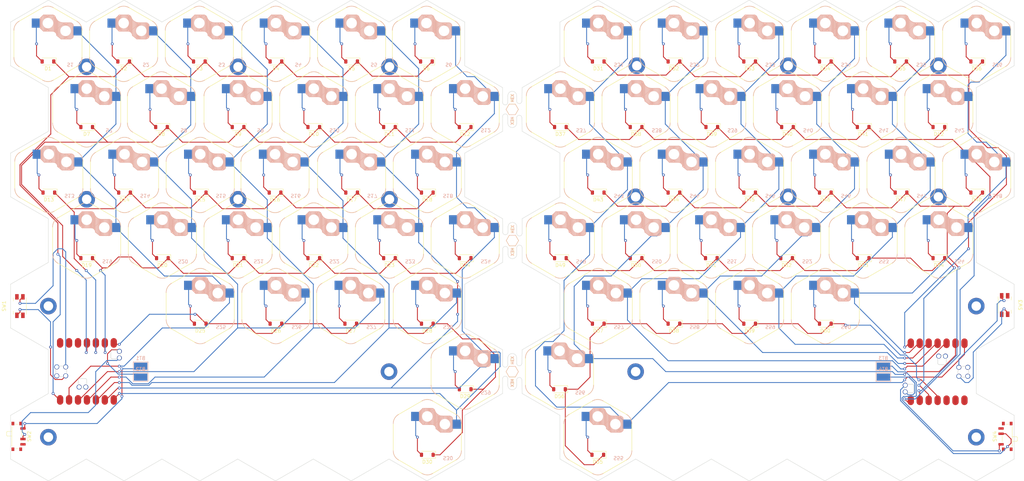
<source format=kicad_pcb>
(kicad_pcb (version 20221018) (generator pcbnew)
  (layers (0 "F.Cu" signal) (31 "B.Cu" signal) (34 "B.Paste" user) (35 "F.Paste" user) (36 "B.SilkS" user "B.Silkscreen") (37 "F.SilkS" user "F.Silkscreen") (38 "B.Mask" user) (39 "F.Mask" user) (44 "Edge.Cuts" user))
  (net 0 "")
  (net 1 "Net-(D1-A)")
  (net 2 "Net-(D3-A)")
  (net 3 "Net-(D5-A)")
  (net 4 "Net-(D11-A)")
  (net 5 "Net-(D13-A)")
  (net 6 "Net-(D15-A)")
  (net 7 "Net-(D17-A)")
  (net 8 "Net-(D19-A)")
  (net 9 "Net-(D21-A)")
  (net 10 "Net-(D23-A)")
  (net 11 "Net-(D25-A)")
  (net 12 "Net-(D27-A)")
  (net 13 "Net-(D29-A)")
  (net 14 "Net-(D7-A)")
  (net 15 "Net-(D10-A)")
  (net 16 "Net-(D2-A)")
  (net 17 "Net-(D4-A)")
  (net 18 "Net-(D6-A)")
  (net 19 "Net-(D8-A)")
  (net 20 "Net-(D9-A)")
  (net 21 "Net-(D12-A)")
  (net 22 "Net-(D14-A)")
  (net 23 "Net-(D16-A)")
  (net 24 "Net-(D18-A)")
  (net 25 "Net-(D20-A)")
  (net 26 "Net-(D22-A)")
  (net 27 "Net-(D24-A)")
  (net 28 "Net-(D26-A)")
  (net 29 "Net-(D28-A)")
  (net 30 "Net-(D30-A)")
  (net 31 "ROW1_L")
  (net 32 "ROW2_L")
  (net 33 "ROW3_L")
  (net 34 "ROW4_L")
  (net 35 "ROW5_L")
  (net 36 "COL1_L")
  (net 37 "COL2_L")
  (net 38 "COL3_L")
  (net 39 "COL4_L")
  (net 40 "COL5_L")
  (net 41 "COL6_L")
  (net 42 "Net-(BT3-+)")
  (net 43 "Net-(BT4-+)")
  (net 44 "ROW1_R")
  (net 45 "Net-(D31-A)")
  (net 46 "Net-(D32-A)")
  (net 47 "Net-(D33-A)")
  (net 48 "Net-(D34-A)")
  (net 49 "Net-(D35-A)")
  (net 50 "Net-(D36-A)")
  (net 51 "ROW2_R")
  (net 52 "Net-(D37-A)")
  (net 53 "Net-(D38-A)")
  (net 54 "Net-(D39-A)")
  (net 55 "Net-(D40-A)")
  (net 56 "Net-(D41-A)")
  (net 57 "Net-(D42-A)")
  (net 58 "ROW3_R")
  (net 59 "Net-(D43-A)")
  (net 60 "Net-(D44-A)")
  (net 61 "Net-(D45-A)")
  (net 62 "Net-(D46-A)")
  (net 63 "Net-(D47-A)")
  (net 64 "Net-(D48-A)")
  (net 65 "ROW4_R")
  (net 66 "Net-(D49-A)")
  (net 67 "Net-(D50-A)")
  (net 68 "Net-(D51-A)")
  (net 69 "Net-(D52-A)")
  (net 70 "Net-(D53-A)")
  (net 71 "Net-(D54-A)")
  (net 72 "ROW5_R")
  (net 73 "Net-(D55-A)")
  (net 74 "Net-(D56-A)")
  (net 75 "Net-(D57-A)")
  (net 76 "Net-(D58-A)")
  (net 77 "Net-(D59-A)")
  (net 78 "Net-(D60-A)")
  (net 79 "COL1_R")
  (net 80 "COL2_R")
  (net 81 "COL3_R")
  (net 82 "COL4_R")
  (net 83 "COL5_R")
  (net 84 "COL6_R")
  (net 85 "Net-(U2-PA31_SWDIO)")
  (net 86 "Net-(SW4-B)")
  (net 87 "Net-(U2-PA30_SWCLK)")
  (net 95 "Net-(U1-PA31_SWDIO)")
  (net 96 "Net-(U1-PA30_SWCLK)")
  (net 97 "Net-(BT1-+)")
  (net 98 "Net-(SW2-B)")
  (net 106 "Net-(BT2-+)")
  (footprint "Diode_SMD:D_SOD-123" (layer "F.Cu") (at 353.706608 84.13317 180)
    (fp_text reference "D36")
    (fp_text value "D")
  )
  (footprint "Diode_SMD:D_SOD-123" (layer "F.Cu") (at 176.156371 84.133174 180)
    (fp_text reference "D5")
    (fp_text value "D")
  )
  (footprint "Diode_SMD:D_SOD-123" (layer "F.Cu") (at 299.706608 139.991814 180)
    (fp_text reference "D52")
    (fp_text value "D")
  )
  (footprint "Diode_SMD:D_SOD-123" (layer "F.Cu") (at 235.456608 102.752718 180)
    (fp_text reference "D37")
    (fp_text value "D")
  )
  (footprint "PCM_marbastlib-various:mousebites_5p5mm_easysnap" (layer "F.Cu") (at 224.581576 134.99181)
    (fp_text reference "MB5" hide)
    (fp_text value "5.5mm" hide)
    (fp_line (start -4 -3.9) (end -4 -2.4) (stroke (width 0.1)) (layer "Edge.Cuts"))
    (fp_line (start -4 2.4) (end -4 3.9) (stroke (width 0.1)) (layer "Edge.Cuts"))
    (fp_line (start -1.5 -2.03) (end -1.5 -3.9) (stroke (width 0.1)) (layer "Edge.Cuts"))
    (fp_line (start -1.5 3.9) (end -1.5 2.03) (stroke (width 0.1)) (layer "Edge.Cuts"))
    (fp_arc (start -5.5 2.4) (mid -4.75 1.65) (end -4 2.4) (stroke (width 0.1)) (layer "Edge.Cuts"))
    (fp_arc (start -4 -3.9) (mid -2.75 -5.15) (end -1.5 -3.9) (stroke (width 0.1)) (layer "Edge.Cuts"))
    (fp_arc (start -4 -2.4) (mid -4.75 -1.65) (end -5.5 -2.4) (stroke (width 0.1)) (layer "Edge.Cuts"))
    (fp_arc (start -1.5 2.03) (mid -0.75 1.28) (end 0 2.03) (stroke (width 0.1)) (layer "Edge.Cuts"))
    (fp_arc (start -1.5 3.9) (mid -2.75 5.15) (end -4 3.9) (stroke (width 0.1)) (layer "Edge.Cuts"))
    (fp_arc (start 0 -2.03) (mid -0.75 -1.28) (end -1.5 -2.03) (stroke (width 0.1)) (layer "Edge.Cuts"))
  )
  (footprint "Diode_SMD:D_SOD-123" (layer "F.Cu") (at 310.706608 121.372266 180)
    (fp_text reference "D46")
    (fp_text value "D")
  )
  (footprint "Diode_SMD:D_SOD-123" (layer "F.Cu") (at 267.706608 121.372266 180)
    (fp_text reference "D44")
    (fp_text value "D")
  )
  (footprint "Diode_SMD:D_SOD-123" (layer "F.Cu") (at 132.906374 84.133172 180)
    (fp_text reference "D3")
    (fp_text value "D")
  )
  (footprint "Diode_SMD:D_SOD-123" (layer "F.Cu") (at 321.456608 139.991814 180)
    (fp_text reference "D53")
    (fp_text value "D")
  )
  (footprint "Diode_SMD:D_SOD-123" (layer "F.Cu") (at 246.081608 195.850458 180)
    (fp_text reference "D55")
    (fp_text value "D")
  )
  (footprint "" (layer "F.Cu") (at 256.831976 122.57883)
    (fp_text reference "")
    (fp_text value "")
  )
  (footprint "" (layer "F.Cu") (at 342.832104 85.33971)
    (fp_text reference "")
    (fp_text value "")
  )
  (footprint "Diode_SMD:D_SOD-123" (layer "F.Cu") (at 186.906368 139.991777 180)
    (fp_text reference "D23")
    (fp_text value "D")
  )
  (footprint "" (layer "F.Cu") (at 90.031384 190.85049)
    (fp_text reference "")
    (fp_text value "")
  )
  (footprint "Diode_SMD:D_SOD-123" (layer "F.Cu") (at 197.40637 84.133172 180)
    (fp_text reference "D6")
    (fp_text value "D")
  )
  (footprint "Diode_SMD:D_SOD-123" (layer "F.Cu") (at 89.906372 84.133175 180)
    (fp_text reference "D1")
    (fp_text value "D")
  )
  (footprint "Diode_SMD:D_SOD-123" (layer "F.Cu") (at 133.156371 158.611275 180)
    (fp_text reference "D25")
    (fp_text value "D")
  )
  (footprint "Diode_SMD:D_SOD-123" (layer "F.Cu") (at 342.956608 102.752718 180)
    (fp_text reference "D42")
    (fp_text value "D")
  )
  (footprint "" (layer "F.Cu") (at 300.167978 85.33971)
    (fp_text reference "")
    (fp_text value "")
  )
  (footprint "" (layer "F.Cu") (at 353.58212 190.85055)
    (fp_text reference "")
    (fp_text value "")
  )
  (footprint "Diode_SMD:D_SOD-123" (layer "F.Cu") (at 267.706608 158.611362 180)
    (fp_text reference "D58")
    (fp_text value "D")
  )
  (footprint "Diode_SMD:D_SOD-123" (layer "F.Cu") (at 310.706608 158.611362 180)
    (fp_text reference "D60")
    (fp_text value "D")
  )
  (footprint "" (layer "F.Cu") (at 186.906368 85.646263)
    (fp_text reference "")
    (fp_text value "")
  )
  (footprint "Diode_SMD:D_SOD-123" (layer "F.Cu") (at 310.706608 84.13317 180)
    (fp_text reference "D34")
    (fp_text value "D")
  )
  (footprint "Diode_SMD:D_SOD-123" (layer "F.Cu") (at 321.456608 102.752718 180)
    (fp_text reference "D41")
    (fp_text value "D")
  )
  (footprint "Diode_SMD:D_SOD-123" (layer "F.Cu") (at 197.656373 121.37217 180)
    (fp_text reference "D18")
    (fp_text value "D")
  )
  (footprint "Diode_SMD:D_SOD-123" (layer "F.Cu") (at 154.65637 84.133172 180)
    (fp_text reference "D4")
    (fp_text value "D")
  )
  (footprint "Diode_SMD:D_SOD-123" (layer "F.Cu") (at 299.956608 102.752718 180)
    (fp_text reference "D40")
    (fp_text value "D")
  )
  (footprint "Diode_SMD:D_SOD-123" (layer "F.Cu") (at 143.906369 102.752674 180)
    (fp_text reference "D9")
    (fp_text value "D")
  )
  (footprint "Diode_SMD:D_SOD-123" (layer "F.Cu") (at 289.206608 84.13317 180)
    (fp_text reference "D33")
    (fp_text value "D")
  )
  (footprint "Diode_SMD:D_SOD-123" (layer "F.Cu") (at 197.656369 158.611273 180)
    (fp_text reference "D28")
    (fp_text value "D")
  )
  (footprint "Diode_SMD:D_SOD-123" (layer "F.Cu") (at 122.406371 139.991775 180)
    (fp_text reference "D20")
    (fp_text value "D")
  )
  (footprint "" (layer "F.Cu") (at 256.831976 172.23099)
    (fp_text reference "")
    (fp_text value "")
  )
  (footprint "Diode_SMD:D_SOD-123" (layer "F.Cu") (at 342.956608 139.991814 180)
    (fp_text reference "D54")
    (fp_text value "D")
  )
  (footprint "Diode_SMD:D_SOD-123" (layer "F.Cu") (at 256.956608 139.991814 180)
    (fp_text reference "D50")
    (fp_text value "D")
  )
  (footprint "Diode_SMD:D_SOD-123" (layer "F.Cu") (at 165.406372 102.752675 180)
    (fp_text reference "D10")
    (fp_text value "D")
  )
  (footprint "Diode_SMD:D_SOD-123" (layer "F.Cu") (at 100.906371 102.752675 180)
    (fp_text reference "D7")
    (fp_text value "D")
  )
  (footprint "" (layer "F.Cu") (at 90.031384 153.61137)
    (fp_text reference "")
    (fp_text value "")
  )
  (footprint "Diode_SMD:D_SOD-123" (layer "F.Cu") (at 111.406367 84.133167 180)
    (fp_text reference "D2")
    (fp_text value "D")
  )
  (footprint "Diode_SMD:D_SOD-123" (layer "F.Cu") (at 154.656369 158.611278 180)
    (fp_text reference "D26")
    (fp_text value "D")
  )
  (footprint "Diode_SMD:D_SOD-123" (layer "F.Cu") (at 235.456608 139.991814 180)
    (fp_text reference "D49")
    (fp_text value "D")
  )
  (footprint "Diode_SMD:D_SOD-123" (layer "F.Cu") (at 256.956608 102.752718 180)
    (fp_text reference "D38")
    (fp_text value "D")
  )
  (footprint "Diode_SMD:D_SOD-123" (layer "F.Cu") (at 100.906369 139.991776 180)
    (fp_text reference "D19")
    (fp_text value "D")
  )
  (footprint "" (layer "F.Cu") (at 257.167914 85.33971)
    (fp_text reference "")
    (fp_text value "")
  )
  (footprint "Diode_SMD:D_SOD-123" (layer "F.Cu") (at 208.406374 102.752674 180)
    (fp_text reference "D12")
    (fp_text value "D")
  )
  (footprint "Diode_SMD:D_SOD-123" (layer "F.Cu") (at 176.156371 121.372174 180)
    (fp_text reference "D17")
    (fp_text value "D")
  )
  (footprint "Diode_SMD:D_SOD-123" (layer "F.Cu") (at 278.456608 102.752718 180)
    (fp_text reference "D39")
    (fp_text value "D")
  )
  (footprint "Diode_SMD:D_SOD-123" (layer "F.Cu") (at 154.406374 121.372172 180)
    (fp_text reference "D16")
    (fp_text value "D")
  )
  (footprint "" (layer "F.Cu") (at 143.906369 85.646266)
    (fp_text reference "")
    (fp_text value "")
  )
  (footprint "" (layer "F.Cu") (at 353.58212 153.61143)
    (fp_text reference "")
    (fp_text value "")
  )
  (footprint "Diode_SMD:D_SOD-123" (layer "F.Cu") (at 165.406369 139.991776 180)
    (fp_text reference "D22")
    (fp_text value "D")
  )
  (footprint "Diode_SMD:D_SOD-123" (layer "F.Cu") (at 186.906372 102.75267 180)
    (fp_text reference "D11")
    (fp_text value "D")
  )
  (footprint "mcu:xiao-ble-smd-cutout" (layer "F.Cu") (at 100.979664 172.161855 90)
    (fp_text reference "U1" hide)
    (fp_text value "Seeed Studio XIAO SAMD21" hide)
    (fp_line (start -4.699 -0.7488) (end -4.699 -1.7902) (stroke (width 0.12)) (layer "Edge.Cuts"))
    (fp_line (start -4.0132 -2.476) (end -2.413 -2.476) (stroke (width 0.12)) (layer "Edge.Cuts"))
    (fp_line (start -2.413 -0.063) (end -4.0132 -0.063) (stroke (width 0.12)) (layer "Edge.Cuts"))
    (fp_line (start -2.032 -2.095) (end -2.032 -0.444) (stroke (width 0.12)) (layer "Edge.Cuts"))
    (fp_line (start -1.524 -6.4638) (end -1.524 -8.1402) (stroke (width 0.12)) (layer "Edge.Cuts"))
    (fp_line (start -0.8382 -8.826) (end 0.8382 -8.826) (stroke (width 0.12)) (layer "Edge.Cuts"))
    (fp_line (start -0.8382 -5.778) (end 0.8382 -5.778) (stroke (width 0.12)) (layer "Edge.Cuts"))
    (fp_line (start 1.524 -6.4638) (end 1.524 -8.1402) (stroke (width 0.12)) (layer "Edge.Cuts"))
    (fp_line (start 3.556 8.7762) (end 3.5565 7.176) (stroke (width 0.12)) (layer "Edge.Cuts"))
    (fp_line (start 3.9375 6.795) (end 5.5885 6.795) (stroke (width 0.12)) (layer "Edge.Cuts"))
    (fp_line (start 5.2832 9.462) (end 4.2418 9.462) (stroke (width 0.12)) (layer "Edge.Cuts"))
    (fp_line (start 5.9695 7.176) (end 5.969 8.7762) (stroke (width 0.12)) (layer "Edge.Cuts"))
    (fp_arc (start -4.699 -0.7488) (mid -4.095391 -0.666609) (end -4.0132 -0.063) (stroke (width 0.12)) (layer "Edge.Cuts"))
    (fp_arc (start -4.0132 -2.476) (mid -4.095391 -1.872391) (end -4.699 -1.7902) (stroke (width 0.12)) (layer "Edge.Cuts"))
    (fp_arc (start -2.413 -2.476) (mid -2.143592 -2.364408) (end -2.032 -2.095) (stroke (width 0.12)) (layer "Edge.Cuts"))
    (fp_arc (start -2.032 -0.444) (mid -2.143592 -0.174592) (end -2.413 -0.063) (stroke (width 0.12)) (layer "Edge.Cuts"))
    (fp_arc (start -1.524 -6.4638) (mid -0.920391 -6.381609) (end -0.8382 -5.778) (stroke (width 0.12)) (layer "Edge.Cuts"))
    (fp_arc (start -0.8382 -8.826) (mid -0.920391 -8.222391) (end -1.524 -8.1402) (stroke (width 0.12)) (layer "Edge.Cuts"))
    (fp_arc (start 0.8382 -5.778) (mid 0.920391 -6.381609) (end 1.524 -6.4638) (stroke (width 0.12)) (layer "Edge.Cuts"))
    (fp_arc (start 1.524 -8.1402) (mid 0.920391 -8.222391) (end 0.8382 -8.826) (stroke (width 0.12)) (layer "Edge.Cuts"))
    (fp_arc (start 3.556 8.7762) (mid 4.159609 8.858391) (end 4.2418 9.462) (stroke (width 0.12)) (layer "Edge.Cuts"))
    (fp_arc (start 3.5565 7.176) (mid 3.668092 6.906592) (end 3.9375 6.795) (stroke (width 0.12)) (layer "Edge.Cuts"))
    (fp_arc (start 5.2832 9.462) (mid 5.365391 8.858391) (end 5.969 8.7762) (stroke (width 0.12)) (layer "Edge.Cuts"))
    (fp_arc (start 5.5885 6.795) (mid 5.857908 6.906592) (end 5.9695 7.176) (stroke (width 0.12)) (layer "Edge.Cuts"))
  )
  (footprint "Diode_SMD:D_SOD-123" (layer "F.Cu") (at 246.206608 158.611362 180)
    (fp_text reference "D57")
    (fp_text value "D")
  )
  (footprint "Diode_SMD:D_SOD-123" (layer "F.Cu") (at 267.706608 84.13317 180)
    (fp_text reference "D32")
    (fp_text value "D")
  )
  (footprint "mcu:xiao-ble-smd-cutout" (layer "F.Cu") (at 342.602388 172.266925 -90)
    (fp_text reference "U2" hide)
    (fp_text value "Seeed Studio XIAO SAMD21" hide)
    (fp_line (start -4.699 -0.7488) (end -4.699 -1.7902) (stroke (width 0.12)) (layer "Edge.Cuts"))
    (fp_line (start -4.0132 -2.476) (end -2.413 -2.476) (stroke (width 0.12)) (layer "Edge.Cuts"))
    (fp_line (start -2.413 -0.063) (end -4.0132 -0.063) (stroke (width 0.12)) (layer "Edge.Cuts"))
    (fp_line (start -2.032 -2.095) (end -2.032 -0.444) (stroke (width 0.12)) (layer "Edge.Cuts"))
    (fp_line (start -1.524 -6.4638) (end -1.524 -8.1402) (stroke (width 0.12)) (layer "Edge.Cuts"))
    (fp_line (start -0.8382 -8.826) (end 0.8382 -8.826) (stroke (width 0.12)) (layer "Edge.Cuts"))
    (fp_line (start -0.8382 -5.778) (end 0.8382 -5.778) (stroke (width 0.12)) (layer "Edge.Cuts"))
    (fp_line (start 1.524 -6.4638) (end 1.524 -8.1402) (stroke (width 0.12)) (layer "Edge.Cuts"))
    (fp_line (start 3.556 8.7762) (end 3.5565 7.176) (stroke (width 0.12)) (layer "Edge.Cuts"))
    (fp_line (start 3.9375 6.795) (end 5.5885 6.795) (stroke (width 0.12)) (layer "Edge.Cuts"))
    (fp_line (start 5.2832 9.462) (end 4.2418 9.462) (stroke (width 0.12)) (layer "Edge.Cuts"))
    (fp_line (start 5.9695 7.176) (end 5.969 8.7762) (stroke (width 0.12)) (layer "Edge.Cuts"))
    (fp_arc (start -4.699 -0.7488) (mid -4.095391 -0.666609) (end -4.0132 -0.063) (stroke (width 0.12)) (layer "Edge.Cuts"))
    (fp_arc (start -4.0132 -2.476) (mid -4.095391 -1.872391) (end -4.699 -1.7902) (stroke (width 0.12)) (layer "Edge.Cuts"))
    (fp_arc (start -2.413 -2.476) (mid -2.143592 -2.364408) (end -2.032 -2.095) (stroke (width 0.12)) (layer "Edge.Cuts"))
    (fp_arc (start -2.032 -0.444) (mid -2.143592 -0.174592) (end -2.413 -0.063) (stroke (width 0.12)) (layer "Edge.Cuts"))
    (fp_arc (start -1.524 -6.4638) (mid -0.920391 -6.381609) (end -0.8382 -5.778) (stroke (width 0.12)) (layer "Edge.Cuts"))
    (fp_arc (start -0.8382 -8.826) (mid -0.920391 -8.222391) (end -1.524 -8.1402) (stroke (width 0.12)) (layer "Edge.Cuts"))
    (fp_arc (start 0.8382 -5.778) (mid 0.920391 -6.381609) (end 1.524 -6.4638) (stroke (width 0.12)) (layer "Edge.Cuts"))
    (fp_arc (start 1.524 -8.1402) (mid 0.920391 -8.222391) (end 0.8382 -8.826) (stroke (width 0.12)) (layer "Edge.Cuts"))
    (fp_arc (start 3.556 8.7762) (mid 4.159609 8.858391) (end 4.2418 9.462) (stroke (width 0.12)) (layer "Edge.Cuts"))
    (fp_arc (start 3.5565 7.176) (mid 3.668092 6.906592) (end 3.9375 6.795) (stroke (width 0.12)) (layer "Edge.Cuts"))
    (fp_arc (start 5.2832 9.462) (mid 5.365391 8.858391) (end 5.969 8.7762) (stroke (width 0.12)) (layer "Edge.Cuts"))
    (fp_arc (start 5.5885 6.795) (mid 5.857908 6.906592) (end 5.9695 7.176) (stroke (width 0.12)) (layer "Edge.Cuts"))
  )
  (footprint "" (layer "F.Cu") (at 100.90637 85.646263)
    (fp_text reference "")
    (fp_text value "")
  )
  (footprint "" (layer "F.Cu") (at 342.832104 122.57883)
    (fp_text reference "")
    (fp_text value "")
  )
  (footprint "Button_Switch_SMD:Panasonic_EVQPUL_EVQPUC" (layer "F.Cu") (at 81.937624 153.61137 90)
    (fp_text reference "SW1")
    (fp_text value "Push_Button")
  )
  (footprint "Diode_SMD:D_SOD-123" (layer "F.Cu") (at 332.081608 84.13317 180)
    (fp_text reference "D35")
    (fp_text value "D")
  )
  (footprint "Diode_SMD:D_SOD-123" (layer "F.Cu") (at 353.706608 121.372266 180)
    (fp_text reference "D48")
    (fp_text value "D")
  )
  (footprint "Diode_SMD:D_SOD-123" (layer "F.Cu") (at 208.406371 139.991776 180)
    (fp_text reference "D24")
    (fp_text value "D")
  )
  (footprint "Diode_SMD:D_SOD-123" (layer "F.Cu") (at 289.206608 121.372266 180)
    (fp_text reference "D45")
    (fp_text value "D")
  )
  (footprint "Diode_SMD:D_SOD-123" (layer "F.Cu") (at 208.406368 177.230877 180)
    (fp_text reference "D29")
    (fp_text value "D")
  )
  (footprint "Button_Switch_SMD:SW_SPDT_PCM12" (layer "F.Cu") (at 81.383244 190.621415 -90)
    (fp_text reference "SW2")
    (fp_text value "SW_SPST")
  )
  (footprint "PCM_marbastlib-various:mousebites_5p5mm_easysnap" (layer "F.Cu") (at 219.031576 172.23093 180)
    (fp_text reference "MB5" hide)
    (fp_text value "5.5mm" hide)
    (fp_line (start -4 -3.9) (end -4 -2.4) (stroke (width 0.1)) (layer "Edge.Cuts"))
    (fp_line (start -4 2.4) (end -4 3.9) (stroke (width 0.1)) (layer "Edge.Cuts"))
    (fp_line (start -1.5 -2.03) (end -1.5 -3.9) (stroke (width 0.1)) (layer "Edge.Cuts"))
    (fp_line (start -1.5 3.9) (end -1.5 2.03) (stroke (width 0.1)) (layer "Edge.Cuts"))
    (fp_arc (start -5.5 2.4) (mid -4.75 1.65) (end -4 2.4) (stroke (width 0.1)) (layer "Edge.Cuts"))
    (fp_arc (start -4 -3.9) (mid -2.75 -5.15) (end -1.5 -3.9) (stroke (width 0.1)) (layer "Edge.Cuts"))
    (fp_arc (start -4 -2.4) (mid -4.75 -1.65) (end -5.5 -2.4) (stroke (width 0.1)) (layer "Edge.Cuts"))
    (fp_arc (start -1.5 2.03) (mid -0.75 1.28) (end 0 2.03) (stroke (width 0.1)) (layer "Edge.Cuts"))
    (fp_arc (start -1.5 3.9) (mid -2.75 5.15) (end -4 3.9) (stroke (width 0.1)) (layer "Edge.Cuts"))
    (fp_arc (start 0 -2.03) (mid -0.75 -1.28) (end -1.5 -2.03) (stroke (width 0.1)) (layer "Edge.Cuts"))
  )
  (footprint "Diode_SMD:D_SOD-123" (layer "F.Cu") (at 332.206608 121.372266 180)
    (fp_text reference "D47")
    (fp_text value "D")
  )
  (footprint "Diode_SMD:D_SOD-123" (layer "F.Cu") (at 289.206608 158.611362 180)
    (fp_text reference "D59")
    (fp_text value "D")
  )
  (footprint "Diode_SMD:D_SOD-123" (layer "F.Cu") (at 90.156374 121.372174 180)
    (fp_text reference "D13")
    (fp_text value "D")
  )
  (footprint "Diode_SMD:D_SOD-123" (layer "F.Cu") (at 235.206608 177.23091 180)
    (fp_text reference "D56")
    (fp_text value "D")
  )
  (footprint "Diode_SMD:D_SOD-123" (layer "F.Cu") (at 246.206608 121.372266 180)
    (fp_text reference "D43")
    (fp_text value "D")
  )
  (footprint "Diode_SMD:D_SOD-123" (layer "F.Cu") (at 246.206608 84.13317 180)
    (fp_text reference "D31")
    (fp_text value "D")
  )
  (footprint "Button_Switch_SMD:SW_SPDT_PCM12" (layer "F.Cu") (at 362.054916 190.621415 90)
    (fp_text reference "SW4")
    (fp_text value "SW_SPST")
  )
  (footprint "Diode_SMD:D_SOD-123" (layer "F.Cu") (at 197.656371 195.850372 180)
    (fp_text reference "D30")
    (fp_text value "D")
  )
  (footprint "" (layer "F.Cu") (at 186.781528 172.23093)
    (fp_text reference "")
    (fp_text value "")
  )
  (footprint "Diode_SMD:D_SOD-123" (layer "F.Cu") (at 143.906369 139.991778 180)
    (fp_text reference "D21")
    (fp_text value "D")
  )
  (footprint "Button_Switch_SMD:Panasonic_EVQPUL_EVQPUC" (layer "F.Cu") (at 361.647413 153.313815 -90)
    (fp_text reference "SW3")
    (fp_text value "Push_Button")
  )
  (footprint "Diode_SMD:D_SOD-123" (layer "F.Cu") (at 133.15637 121.372175 180)
    (fp_text reference "D15")
    (fp_text value "D")
  )
  (footprint "" (layer "F.Cu") (at 143.906367 123.273338)
    (fp_text reference "")
    (fp_text value "")
  )
  (footprint "" (layer "F.Cu") (at 186.906367 123.273339)
    (fp_text reference "")
    (fp_text value "")
  )
  (footprint "" (layer "F.Cu") (at 300.167978 122.57883)
    (fp_text reference "")
    (fp_text value "")
  )
  (footprint "Diode_SMD:D_SOD-123" (layer "F.Cu") (at 278.331608 139.991814 180)
    (fp_text reference "D51")
    (fp_text value "D")
  )
  (footprint "Diode_SMD:D_SOD-123" (layer "F.Cu") (at 111.656376 121.372175 180)
    (fp_text reference "D14")
    (fp_text value "D")
  )
  (footprint "PCM_marbastlib-various:mousebites_5p5mm_easysnap" (layer "F.Cu") (at 219.031576 97.75269 180)
    (fp_text reference "MB5" hide)
    (fp_text value "5.5mm" hide)
    (fp_line (start -4 -3.9) (end -4 -2.4) (stroke (width 0.1)) (layer "Edge.Cuts"))
    (fp_line (start -4 2.4) (end -4 3.9) (stroke (width 0.1)) (layer "Edge.Cuts"))
    (fp_line (start -1.5 -2.03) (end -1.5 -3.9) (stroke (width 0.1)) (layer "Edge.Cuts"))
    (fp_line (start -1.5 3.9) (end -1.5 2.03) (stroke (width 0.1)) (layer "Edge.Cuts"))
    (fp_arc (start -5.5 2.4) (mid -4.75 1.65) (end -4 2.4) (stroke (width 0.1)) (layer "Edge.Cuts"))
    (fp_arc (start -4 -3.9) (mid -2.75 -5.15) (end -1.5 -3.9) (stroke (width 0.1)) (layer "Edge.Cuts"))
    (fp_arc (start -4 -2.4) (mid -4.75 -1.65) (end -5.5 -2.4) (stroke (width 0.1)) (layer "Edge.Cuts"))
    (fp_arc (start -1.5 2.03) (mid -0.75 1.28) (end 0 2.03) (stroke (width 0.1)) (layer "Edge.Cuts"))
    (fp_arc (start -1.5 3.9) (mid -2.75 5.15) (end -4 3.9) (stroke (width 0.1)) (layer "Edge.Cuts"))
    (fp_arc (start 0 -2.03) (mid -0.75 -1.28) (end -1.5 -2.03) (stroke (width 0.1)) (layer "Edge.Cuts"))
  )
  (footprint "Diode_SMD:D_SOD-123" (layer "F.Cu") (at 122.156371 102.752672 180)
    (fp_text reference "D8")
    (fp_text value "D")
  )
  (footprint "Diode_SMD:D_SOD-123" (layer "F.Cu") (at 175.906371 158.611275 180)
    (fp_text reference "D27")
    (fp_text value "D")
  )
  (footprint "" (layer "F.Cu") (at 100.906369 123.273339)
    (fp_text reference "")
    (fp_text value "")
  )
  (footprint "s-ol:PG1350_hotswap" (layer "B.Cu") (at 186.906367 134.991777)
    (fp_text reference "S23")
    (fp_text value "PG1350")
  )
  (footprint "s-ol:PG1350_hotswap" (layer "B.Cu") (at 342.956608 134.991814)
    (fp_text reference "S54")
    (fp_text value "PG1350")
  )
  (footprint "TestPoint:TestPoint_Keystone_5019_Minature" (layer "B.Cu") (at 327.203612 173.78256 180)
    (fp_text reference "BT4")
    (fp_text value "Battery")
  )
  (footprint "s-ol:PG1350_hotswap" (layer "B.Cu") (at 208.40637 172.230875)
    (fp_text reference "S29")
    (fp_text value "PG1350")
  )
  (footprint "s-ol:PG1350_hotswap" (layer "B.Cu") (at 235.456608 97.752718)
    (fp_text reference "S37")
    (fp_text value "PG1350")
  )
  (footprint "s-ol:PG1350_hotswap" (layer "B.Cu") (at 278.456608 97.752718)
    (fp_text reference "S39")
    (fp_text value "PG1350")
  )
  (footprint "s-ol:PG1350_hotswap" (layer "B.Cu") (at 353.706608 79.13317)
    (fp_text reference "S36")
    (fp_text value "PG1350")
  )
  (footprint "s-ol:PG1350_hotswap" (layer "B.Cu") (at 256.956608 97.752718)
    (fp_text reference "S38")
    (fp_text value "PG1350")
  )
  (footprint "s-ol:PG1350_hotswap" (layer "B.Cu") (at 310.706608 79.13317)
    (fp_text reference "S34")
    (fp_text value "PG1350")
  )
  (footprint "s-ol:PG1350_hotswap" (layer "B.Cu") (at 256.956608 134.991814)
    (fp_text reference "S50")
    (fp_text value "PG1350")
  )
  (footprint "s-ol:PG1350_hotswap" (layer "B.Cu") (at 332.206608 116.372266)
    (fp_text reference "S47")
    (fp_text value "PG1350")
  )
  (footprint "s-ol:PG1350_hotswap" (layer "B.Cu") (at 100.906369 134.991777)
    (fp_text reference "S19")
    (fp_text value "PG1350")
  )
  (footprint "s-ol:PG1350_hotswap" (layer "B.Cu") (at 310.706608 153.611362)
    (fp_text reference "S60")
    (fp_text value "PG1350")
  )
  (footprint "s-ol:PG1350_hotswap" (layer "B.Cu") (at 197.40637 79.133172)
    (fp_text reference "S6")
    (fp_text value "PG1350")
  )
  (footprint "s-ol:PG1350_hotswap" (layer "B.Cu") (at 154.65637 79.133172)
    (fp_text reference "S4")
    (fp_text value "PG1350")
  )
  (footprint "s-ol:PG1350_hotswap" (layer "B.Cu") (at 176.156371 116.372174)
    (fp_text reference "S17")
    (fp_text value "PG1350")
  )
  (footprint "s-ol:PG1350_hotswap" (layer "B.Cu") (at 208.406371 134.991776)
    (fp_text reference "S24")
    (fp_text value "PG1350")
  )
  (footprint "s-ol:PG1350_hotswap" (layer "B.Cu") (at 246.206608 79.13317)
    (fp_text reference "S31")
    (fp_text value "PG1350")
  )
  (footprint "s-ol:PG1350_hotswap" (layer "B.Cu") (at 321.456608 134.991814)
    (fp_text reference "S53")
    (fp_text value "PG1350")
  )
  (footprint "s-ol:PG1350_hotswap" (layer "B.Cu") (at 310.706608 116.372266)
    (fp_text reference "S46")
    (fp_text value "PG1350")
  )
  (footprint "s-ol:PG1350_hotswap" (layer "B.Cu") (at 332.081608 79.13317)
    (fp_text reference "S35")
    (fp_text value "PG1350")
  )
  (footprint "s-ol:PG1350_hotswap" (layer "B.Cu") (at 111.656375 116.372174)
    (fp_text reference "S14")
    (fp_text value "PG1350")
  )
  (footprint "s-ol:PG1350_hotswap" (layer "B.Cu") (at 154.406375 116.372174)
    (fp_text reference "S16")
    (fp_text value "PG1350")
  )
  (footprint "s-ol:PG1350_hotswap" (layer "B.Cu") (at 289.206608 79.13317)
    (fp_text reference "S33")
    (fp_text value "PG1350")
  )
  (footprint "s-ol:PG1350_hotswap" (layer "B.Cu") (at 89.906372 79.133175)
    (fp_text reference "S1")
    (fp_text value "PG1350")
  )
  (footprint "s-ol:PG1350_hotswap" (layer "B.Cu") (at 165.406369 134.991776)
    (fp_text reference "S22")
    (fp_text value "PG1350")
  )
  (footprint "s-ol:PG1350_hotswap" (layer "B.Cu") (at 186.906372 97.752672)
    (fp_text reference "S11")
    (fp_text value "PG1350")
  )
  (footprint "s-ol:PG1350_hotswap" (layer "B.Cu") (at 90.156374 116.372172)
    (fp_text reference "S13")
    (fp_text value "PG1350")
  )
  (footprint "s-ol:PG1350_hotswap" (layer "B.Cu") (at 133.156369 153.611279)
    (fp_text reference "S25")
    (fp_text value "PG1350")
  )
  (footprint "s-ol:PG1350_hotswap" (layer "B.Cu") (at 246.206608 116.372266)
    (fp_text reference "S43")
    (fp_text value "PG1350")
  )
  (footprint "s-ol:PG1350_hotswap" (layer "B.Cu") (at 132.906373 79.133174)
    (fp_text reference "S3")
    (fp_text value "PG1350")
  )
  (footprint "s-ol:PG1350_hotswap" (layer "B.Cu") (at 278.331608 134.991814)
    (fp_text reference "S51")
    (fp_text value "PG1350")
  )
  (footprint "s-ol:PG1350_hotswap" (layer "B.Cu") (at 143.906369 97.752676)
    (fp_text reference "S9")
    (fp_text value "PG1350")
  )
  (footprint "s-ol:PG1350_hotswap" (layer "B.Cu") (at 321.456608 97.752718)
    (fp_text reference "S41")
    (fp_text value "PG1350")
  )
  (footprint "s-ol:PG1350_hotswap" (layer "B.Cu") (at 299.706608 134.991814)
    (fp_text reference "S52")
    (fp_text value "PG1350")
  )
  (footprint "s-ol:PG1350_hotswap" (layer "B.Cu") (at 122.406367 134.991772)
    (fp_text reference "S20")
    (fp_text value "PG1350")
  )
  (footprint "s-ol:PG1350_hotswap" (layer "B.Cu") (at 154.656369 153.611278)
    (fp_text reference "S26")
    (fp_text value "PG1350")
  )
  (footprint "s-ol:PG1350_hotswap" (layer "B.Cu") (at 176.15637 79.133175)
    (fp_text reference "S5")
    (fp_text value "PG1350")
  )
  (footprint "s-ol:PG1350_hotswap" (layer "B.Cu") (at 208.406368 97.752675)
    (fp_text reference "S12")
    (fp_text value "PG1350")
  )
  (footprint "s-ol:PG1350_hotswap" (layer "B.Cu") (at 289.206608 116.372266)
    (fp_text reference "S45")
    (fp_text value "PG1350")
  )
  (footprint "s-ol:PG1350_hotswap" (layer "B.Cu") (at 299.956608 97.752718)
    (fp_text reference "S40")
    (fp_text value "PG1350")
  )
  (footprint "s-ol:PG1350_hotswap" (layer "B.Cu") (at 246.206608 153.611362)
    (fp_text reference "S57")
    (fp_text value "PG1350")
  )
  (footprint "TestPoint:TestPoint_Keystone_5019_Minature" (layer "B.Cu") (at 116.234548 173.78256 180)
    (fp_text reference "BT2")
    (fp_text value "Battery")
  )
  (footprint "s-ol:PG1350_hotswap" (layer "B.Cu") (at 289.206608 153.611362)
    (fp_text reference "S59")
    (fp_text value "PG1350")
  )
  (footprint "s-ol:PG1350_hotswap" (layer "B.Cu") (at 235.206608 172.23091)
    (fp_text reference "S56")
    (fp_text value "PG1350")
  )
  (footprint "TestPoint:TestPoint_Keystone_5019_Minature" (layer "B.Cu") (at 116.234548 170.6793 180)
    (fp_text reference "BT1")
    (fp_text value "Battery")
  )
  (footprint "s-ol:PG1350_hotswap" (layer "B.Cu") (at 342.956608 97.752718)
    (fp_text reference "S42")
    (fp_text value "PG1350")
  )
  (footprint "s-ol:PG1350_hotswap" (layer "B.Cu") (at 197.656371 116.37217)
    (fp_text reference "S18")
    (fp_text value "PG1350")
  )
  (footprint "s-ol:PG1350_hotswap" (layer "B.Cu") (at 353.706608 116.372266)
    (fp_text reference "S48")
    (fp_text value "PG1350")
  )
  (footprint "s-ol:PG1350_hotswap" (layer "B.Cu") (at 197.656369 153.611273)
    (fp_text reference "S28")
    (fp_text value "PG1350")
  )
  (footprint "s-ol:PG1350_hotswap" (layer "B.Cu") (at 133.15637 116.372175)
    (fp_text reference "S15")
    (fp_text value "PG1350")
  )
  (footprint "s-ol:PG1350_hotswap" (layer "B.Cu") (at 197.656368 190.850373)
    (fp_text reference "S30")
    (fp_text value "PG1350")
  )
  (footprint "TestPoint:TestPoint_Keystone_5019_Minature" (layer "B.Cu") (at 327.203612 170.6793 180)
    (fp_text reference "BT3")
    (fp_text value "Battery")
  )
  (footprint "s-ol:PG1350_hotswap" (layer "B.Cu") (at 267.706608 116.372266)
    (fp_text reference "S44")
    (fp_text value "PG1350")
  )
  (footprint "s-ol:PG1350_hotswap" (layer "B.Cu") (at 143.906369 134.991778)
    (fp_text reference "S21")
    (fp_text value "PG1350")
  )
  (footprint "s-ol:PG1350_hotswap" (layer "B.Cu") (at 100.906371 97.752675)
    (fp_text reference "S7")
    (fp_text value "PG1350")
  )
  (footprint "s-ol:PG1350_hotswap" (layer "B.Cu") (at 165.406372 97.752675)
    (fp_text reference "S10")
    (fp_text value "PG1350")
  )
  (footprint "s-ol:PG1350_hotswap" (layer "B.Cu") (at 267.706608 79.13317)
    (fp_text reference "S32")
    (fp_text value "PG1350")
  )
  (footprint "s-ol:PG1350_hotswap" (layer "B.Cu") (at 175.906369 153.611279)
    (fp_text reference "S27")
    (fp_text value "PG1350")
  )
  (footprint "s-ol:PG1350_hotswap" (layer "B.Cu") (at 111.406372 79.133172)
    (fp_text reference "S2")
    (fp_text value "PG1350")
  )
  (footprint "s-ol:PG1350_hotswap" (layer "B.Cu") (at 246.081608 190.850458)
    (fp_text reference "S55")
    (fp_text value "PG1350")
  )
  (footprint "s-ol:PG1350_hotswap" (layer "B.Cu") (at 267.706608 153.611362)
    (fp_text reference "S58")
    (fp_text value "PG1350")
  )
  (footprint "s-ol:PG1350_hotswap" (layer "B.Cu") (at 235.456608 134.991814)
    (fp_text reference "S49")
    (fp_text value "PG1350")
  )
  (footprint "s-ol:PG1350_hotswap" (layer "B.Cu") (at 122.156371 97.75267)
    (fp_text reference "S8")
    (fp_text value "PG1350")
  )
  (gr_line (start 289.081672 203.26353) (end 299.831688 197.05701) (stroke (width 0.1)) (layer "Edge.Cuts"))
  (gr_line (start 219.081576 137.39181) (end 219.031569 141.198251) (stroke (width 0.1)) (layer "Edge.Cuts"))
  (gr_line (start 364.331784 72.92661) (end 364.331784 85.33965) (stroke (width 0.1)) (layer "Edge.Cuts"))
  (gr_line (start 224.531576 174.63093) (end 224.581576 178.43745) (stroke (width 0.1)) (layer "Edge.Cuts"))
  (gr_line (start 154.53148 203.26353) (end 143.781464 197.05701) (stroke (width 0.1)) (layer "Edge.Cuts"))
  (gr_line (start 219.031576 170.20093) (end 219.03157 166.024331) (stroke (width 0.1)) (layer "Edge.Cuts"))
  (gr_line (start 208.281367 197.056933) (end 197.531369 203.26345) (stroke (width 0.1)) (layer "Edge.Cuts"))
  (gr_line (start 208.281367 197.056933) (end 208.281554 184.643893) (stroke (width 0.1)) (layer "Edge.Cuts"))
  (gr_line (start 219.081576 132.59181) (end 219.031575 128.78521) (stroke (width 0.1)) (layer "Edge.Cuts"))
  (gr_line (start 353.581768 66.72009) (end 364.331784 72.92661) (stroke (width 0.1)) (layer "Edge.Cuts"))
  (gr_line (start 208.281557 85.339572) (end 208.281368 72.926615) (stroke (width 0.1)) (layer "Edge.Cuts"))
  (gr_line (start 224.581576 137.02181) (end 224.581576 141.19833) (stroke (width 0.1)) (layer "Edge.Cuts"))
  (gr_line (start 143.781371 72.926613) (end 154.531372 66.720095) (stroke (width 0.1)) (layer "Edge.Cuts"))
  (gr_line (start 364.331784 110.16573) (end 364.331784 122.57877) (stroke (width 0.1)) (layer "Edge.Cuts"))
  (gr_line (start 197.531369 203.26345) (end 186.781375 197.056929) (stroke (width 0.1)) (layer "Edge.Cuts"))
  (gr_line (start 332.081736 66.72009) (end 342.831752 72.92661) (stroke (width 0.1)) (layer "Edge.Cuts"))
  (gr_line (start 208.281559 110.16565) (end 219.031575 103.95913) (stroke (width 0.1)) (layer "Edge.Cuts"))
  (gr_line (start 235.331592 72.92661) (end 246.081608 66.72009) (stroke (width 0.1)) (layer "Edge.Cuts"))
  (gr_line (start 90.031384 178.43745) (end 79.281368 184.64397) (stroke (width 0.1)) (layer "Edge.Cuts"))
  (gr_line (start 79.281369 72.926614) (end 90.031367 66.720097) (stroke (width 0.1)) (layer "Edge.Cuts"))
  (gr_line (start 289.081672 66.72009) (end 299.831688 72.92661) (stroke (width 0.1)) (layer "Edge.Cuts"))
  (gr_line (start 364.331784 184.64397) (end 353.581768 178.43745) (stroke (width 0.1)) (layer "Edge.Cuts"))
  (gr_line (start 79.281368 85.339647) (end 79.281369 72.926614) (stroke (width 0.1)) (layer "Edge.Cuts"))
  (gr_line (start 219.03157 166.024331) (end 208.281555 159.817813) (stroke (width 0.1)) (layer "Edge.Cuts"))
  (gr_line (start 100.781369 72.926611) (end 111.531374 66.720096) (stroke (width 0.1)) (layer "Edge.Cuts"))
  (gr_line (start 224.581576 178.43745) (end 235.331592 184.64397) (stroke (width 0.1)) (layer "Edge.Cuts"))
  (gr_line (start 342.831752 72.92661) (end 353.581768 66.72009) (stroke (width 0.1)) (layer "Edge.Cuts"))
  (gr_line (start 299.831688 72.92661) (end 310.581704 66.72009) (stroke (width 0.1)) (layer "Edge.Cuts"))
  (gr_line (start 219.031575 128.78521) (end 208.281559 122.57869) (stroke (width 0.1)) (layer "Edge.Cuts"))
  (gr_line (start 310.581704 203.26353) (end 321.33172 197.05701) (stroke (width 0.1)) (layer "Edge.Cuts"))
  (gr_line (start 90.031368 128.785257) (end 79.281371 122.578742) (stroke (width 0.1)) (layer "Edge.Cuts"))
  (gr_line (start 278.331656 197.05701) (end 289.081672 203.26353) (stroke (width 0.1)) (layer "Edge.Cuts"))
  (gr_line (start 90.031366 103.959195) (end 90.031368 91.546161) (stroke (width 0.1)) (layer "Edge.Cuts"))
  (gr_line (start 219.031576 178.437367) (end 219.031576 174.26093) (stroke (width 0.1)) (layer "Edge.Cuts"))
  (gr_line (start 342.831752 197.05701) (end 353.581768 203.26353) (stroke (width 0.1)) (layer "Edge.Cuts"))
  (gr_line (start 353.581768 128.78529) (end 353.581768 141.19833) (stroke (width 0.1)) (layer "Edge.Cuts"))
  (gr_line (start 176.031374 66.720093) (end 186.781369 72.926614) (stroke (width 0.1)) (layer "Edge.Cuts"))
  (gr_line (start 90.031384 203.26353) (end 100.7814 197.05701) (stroke (width 0.1)) (layer "Edge.Cuts"))
  (gr_line (start 235.331592 85.33965) (end 224.581576 91.54617) (stroke (width 0.1)) (layer "Edge.Cuts"))
  (gr_line (start 208.281554 147.404771) (end 219.031569 141.198251) (stroke (width 0.1)) (layer "Edge.Cuts"))
  (gr_line (start 165.281369 72.926616) (end 176.031374 66.720093) (stroke (width 0.1)) (layer "Edge.Cuts"))
  (gr_line (start 353.581768 141.19833) (end 364.331784 147.40485) (stroke (width 0.1)) (layer "Edge.Cuts"))
  (gr_line (start 79.281371 122.578742) (end 79.28137 110.16571) (stroke (width 0.1)) (layer "Edge.Cuts"))
  (gr_line (start 267.58164 66.72009) (end 278.331656 72.92661) (stroke (width 0.1)) (layer "Edge.Cuts"))
  (gr_line (start 208.281554 184.643893) (end 219.031576 178.437367) (stroke (width 0.1)) (layer "Edge.Cuts"))
  (gr_line (start 353.581768 178.43745) (end 353.581768 166.02441) (stroke (width 0.1)) (layer "Edge.Cuts"))
  (gr_line (start 321.33172 72.92661) (end 332.081736 66.72009) (stroke (width 0.1)) (layer "Edge.Cuts"))
  (gr_line (start 79.281368 147.40485) (end 79.281368 159.81789) (stroke (width 0.1)) (layer "Edge.Cuts"))
  (gr_line (start 256.831624 72.92661) (end 267.58164 66.72009) (stroke (width 0.1)) (layer "Edge.Cuts"))
  (gr_line (start 235.331592 122.57877) (end 224.581576 128.78529) (stroke (width 0.1)) (layer "Edge.Cuts"))
  (gr_line (start 90.031384 166.02441) (end 90.031384 178.43745) (stroke (width 0.1)) (layer "Edge.Cuts"))
  (gr_line (start 235.331592 110.16573) (end 235.331592 122.57877) (stroke (width 0.1)) (layer "Edge.Cuts"))
  (gr_line (start 224.581576 103.95921) (end 224.531576 100.15269) (stroke (width 0.1)) (layer "Edge.Cuts"))
  (gr_line (start 235.331592 147.40485) (end 235.331592 159.81789) (stroke (width 0.1)) (layer "Edge.Cuts"))
  (gr_line (start 256.831624 197.05701) (end 267.58164 203.26353) (stroke (width 0.1)) (layer "Edge.Cuts"))
  (gr_line (start 235.331592 184.64397) (end 235.331592 197.05701) (stroke (width 0.1)) (layer "Edge.Cuts"))
  (gr_line (start 267.58164 203.26353) (end 278.331656 197.05701) (stroke (width 0.1)) (layer "Edge.Cuts"))
  (gr_line (start 122.281369 72.926614) (end 133.031371 66.720099) (stroke (width 0.1)) (layer "Edge.Cuts"))
  (gr_line (start 364.331784 85.33965) (end 353.581768 91.54617) (stroke (width 0.1)) (layer "Edge.Cuts"))
  (gr_line (start 224.581576 132.96181) (end 224.581576 128.78529) (stroke (width 0.1)) (layer "Edge.Cuts"))
  (gr_line (start 186.781375 197.056929) (end 176.031512 203.26353) (stroke (width 0.1)) (layer "Edge.Cuts"))
  (gr_line (start 353.581768 203.26353) (end 364.331784 197.05701) (stroke (width 0.1)) (layer "Edge.Cuts"))
  (gr_line (start 353.581768 103.95921) (end 364.331784 110.16573) (stroke (width 0.1)) (layer "Edge.Cuts"))
  (gr_line (start 154.531372 66.720095) (end 165.281369 72.926616) (stroke (width 0.1)) (layer "Edge.Cuts"))
  (gr_line (start 219.031575 91.54609) (end 208.281557 85.339572) (stroke (width 0.1)) (layer "Edge.Cuts"))
  (gr_line (start 278.331656 72.92661) (end 289.081672 66.72009) (stroke (width 0.1)) (layer "Edge.Cuts"))
  (gr_line (start 219.031576 99.78269) (end 219.031575 103.95913) (stroke (width 0.1)) (layer "Edge.Cuts"))
  (gr_line (start 299.831688 197.05701) (end 310.581704 203.26353) (stroke (width 0.1)) (layer "Edge.Cuts"))
  (gr_line (start 246.081608 203.26353) (end 256.831624 197.05701) (stroke (width 0.1)) (layer "Edge.Cuts"))
  (gr_line (start 143.781464 197.05701) (end 133.031448 203.26353) (stroke (width 0.1)) (layer "Edge.Cuts"))
  (gr_line (start 133.031448 203.26353) (end 122.281432 197.05701) (stroke (width 0.1)) (layer "Edge.Cuts"))
  (gr_line (start 186.781369 72.926614) (end 197.53137 66.720091) (stroke (width 0.1)) (layer "Edge.Cuts"))
  (gr_line (start 90.031384 141.19833) (end 79.281368 147.40485) (stroke (width 0.1)) (layer "Edge.Cuts"))
  (gr_line (start 133.031371 66.720099) (end 143.781371 72.926613) (stroke (width 0.1)) (layer "Edge.Cuts"))
  (gr_line (start 100.7814 197.05701) (end 111.531416 203.26353) (stroke (width 0.1)) (layer "Edge.Cuts"))
  (gr_line (start 224.531576 95.35269) (end 224.581576 91.54617) (stroke (width 0.1)) (layer "Edge.Cuts"))
  (gr_line (start 219.031575 91.54609) (end 219.031576 95.72269) (stroke (width 0.1)) (layer "Edge.Cuts"))
  (gr_line (start 364.331784 122.57877) (end 353.581768 128.78529) (stroke (width 0.1)) (layer "Edge.Cuts"))
  (gr_line (start 79.281368 184.64397) (end 79.281368 197.05701) (stroke (width 0.1)) (layer "Edge.Cuts"))
  (gr_line (start 79.281368 159.81789) (end 90.031384 166.02441) (stroke (width 0.1)) (layer "Edge.Cuts"))
  (gr_line (start 321.33172 197.05701) (end 332.081736 203.26353) (stroke (width 0.1)) (layer "Edge.Cuts"))
  (gr_line (start 90.031368 91.546161) (end 79.281368 85.339647) (stroke (width 0.1)) (layer "Edge.Cuts"))
  (gr_line (start 332.081736 203.26353) (end 342.831752 197.05701) (stroke (width 0.1)) (layer "Edge.Cuts"))
  (gr_line (start 364.331784 197.05701) (end 364.331784 184.64397) (stroke (width 0.1)) (layer "Edge.Cuts"))
  (gr_line (start 208.281559 122.57869) (end 208.281559 110.16565) (stroke (width 0.1)) (layer "Edge.Cuts"))
  (gr_line (start 79.28137 110.16571) (end 90.031366 103.959195) (stroke (width 0.1)) (layer "Edge.Cuts"))
  (gr_line (start 235.331592 159.81789) (end 224.581576 166.02441) (stroke (width 0.1)) (layer "Edge.Cuts"))
  (gr_line (start 310.581704 66.72009) (end 321.33172 72.92661) (stroke (width 0.1)) (layer "Edge.Cuts"))
  (gr_line (start 90.031367 66.720097) (end 100.781369 72.926611) (stroke (width 0.1)) (layer "Edge.Cuts"))
  (gr_line (start 79.281368 197.05701) (end 90.031384 203.26353) (stroke (width 0.1)) (layer "Edge.Cuts"))
  (gr_line (start 197.53137 66.720091) (end 208.281368 72.926615) (stroke (width 0.1)) (layer "Edge.Cuts"))
  (gr_line (start 176.031512 203.26353) (end 165.281496 197.05701) (stroke (width 0.1)) (layer "Edge.Cuts"))
  (gr_line (start 111.531374 66.720096) (end 122.281369 72.926614) (stroke (width 0.1)) (layer "Edge.Cuts"))
  (gr_line (start 224.581576 103.95921) (end 235.331592 110.16573) (stroke (width 0.1)) (layer "Edge.Cuts"))
  (gr_line (start 353.581768 91.54617) (end 353.581768 103.95921) (stroke (width 0.1)) (layer "Edge.Cuts"))
  (gr_line (start 165.281496 197.05701) (end 154.53148 203.26353) (stroke (width 0.1)) (layer "Edge.Cuts"))
  (gr_line (start 224.581576 166.02441) (end 224.531576 169.83093) (stroke (width 0.1)) (layer "Edge.Cuts"))
  (gr_line (start 246.081608 66.72009) (end 256.831624 72.92661) (stroke (width 0.1)) (layer "Edge.Cuts"))
  (gr_line (start 111.531416 203.26353) (end 122.281432 197.05701) (stroke (width 0.1)) (layer "Edge.Cuts"))
  (gr_line (start 353.581768 166.02441) (end 364.331784 159.81789) (stroke (width 0.1)) (layer "Edge.Cuts"))
  (gr_line (start 235.331592 72.92661) (end 235.331592 85.33965) (stroke (width 0.1)) (layer "Edge.Cuts"))
  (gr_line (start 364.331784 159.81789) (end 364.331784 147.40485) (stroke (width 0.1)) (layer "Edge.Cuts"))
  (gr_line (start 90.031368 128.785257) (end 90.031384 141.19833) (stroke (width 0.1)) (layer "Edge.Cuts"))
  (gr_line (start 208.281555 159.817813) (end 208.281554 147.404771) (stroke (width 0.1)) (layer "Edge.Cuts"))
  (gr_line (start 224.581576 141.19833) (end 235.331592 147.40485) (stroke (width 0.1)) (layer "Edge.Cuts"))
  (gr_line (start 235.331592 197.05701) (end 246.081608 203.26353) (stroke (width 0.1)) (layer "Edge.Cuts"))
  (segment (start 86.672004 82.548807) (end 88.256372 84.133175) (width 0.25) (layer "F.Cu") (net 1))
  (segment (start 86.672004 79.13313) (end 86.672004 82.548807) (width 0.25) (layer "F.Cu") (net 1))
  (via (at 86.672004 79.13313) (size 0.8) (drill 0.4) (layers "F.Cu" "B.Cu") (net 1))
  (segment (start 86.606372 73.233175) (end 86.606372 79.067498) (width 0.25) (layer "B.Cu") (net 1))
  (segment (start 86.606372 79.067498) (end 86.672004 79.13313) (width 0.25) (layer "B.Cu") (net 1))
  (segment (start 129.672068 79.13313) (end 129.672068 82.548866) (width 0.25) (layer "F.Cu") (net 2))
  (segment (start 129.672068 82.548866) (end 131.256374 84.133172) (width 0.25) (layer "F.Cu") (net 2))
  (via (at 129.672068 79.13313) (size 0.8) (drill 0.4) (layers "F.Cu" "B.Cu") (net 2))
  (segment (start 129.606373 79.067435) (end 129.672068 79.13313) (width 0.25) (layer "B.Cu") (net 2))
  (segment (start 129.606373 73.233174) (end 129.606373 79.067435) (width 0.25) (layer "B.Cu") (net 2))
  (segment (start 173.344008 82.970811) (end 174.506371 84.133174) (width 0.25) (layer "F.Cu") (net 3))
  (segment (start 173.344008 79.13313) (end 173.344008 82.970811) (width 0.25) (layer "F.Cu") (net 3))
  (via (at 173.344008 79.13313) (size 0.8) (drill 0.4) (layers "F.Cu" "B.Cu") (net 3))
  (segment (start 172.85637 73.233175) (end 172.85637 78.645492) (width 0.25) (layer "B.Cu") (net 3))
  (segment (start 172.85637 78.645492) (end 173.344008 79.13313) (width 0.25) (layer "B.Cu") (net 3))
  (segment (start 184.094024 101.590322) (end 185.256372 102.75267) (width 0.25) (layer "F.Cu") (net 4))
  (segment (start 184.094024 97.75269) (end 184.094024 101.590322) (width 0.25) (layer "F.Cu") (net 4))
  (via (at 184.094024 97.75269) (size 0.8) (drill 0.4) (layers "F.Cu" "B.Cu") (net 4))
  (segment (start 183.606372 91.852672) (end 183.606372 97.265038) (width 0.25) (layer "B.Cu") (net 4))
  (segment (start 183.606372 97.265038) (end 184.094024 97.75269) (width 0.25) (layer "B.Cu") (net 4))
  (segment (start 87.34388 116.37225) (end 87.34388 120.20968) (width 0.25) (layer "F.Cu") (net 5))
  (segment (start 87.34388 120.20968) (end 88.506374 121.372174) (width 0.25) (layer "F.Cu") (net 5))
  (via (at 87.34388 116.37225) (size 0.8) (drill 0.4) (layers "F.Cu" "B.Cu") (net 5))
  (segment (start 86.856374 115.884744) (end 87.34388 116.37225) (width 0.25) (layer "B.Cu") (net 5))
  (segment (start 86.856374 110.472172) (end 86.856374 115.884744) (width 0.25) (layer "B.Cu") (net 5))
  (segment (start 130.343944 116.37225) (end 130.343944 120.209749) (width 0.25) (layer "F.Cu") (net 6))
  (segment (start 130.343944 120.209749) (end 131.50637 121.372175) (width 0.25) (layer "F.Cu") (net 6))
  (via (at 130.343944 116.37225) (size 0.8) (drill 0.4) (layers "F.Cu" "B.Cu") (net 6))
  (segment (start 129.85637 115.884676) (end 130.343944 116.37225) (width 0.25) (layer "B.Cu") (net 6))
  (segment (start 129.85637 110.472175) (end 129.85637 115.884676) (width 0.25) (layer "B.Cu") (net 6))
  (segment (start 173.344008 116.37225) (end 173.344008 120.209811) (width 0.25) (layer "F.Cu") (net 7))
  (segment (start 173.344008 120.209811) (end 174.506371 121.372174) (width 0.25) (layer "F.Cu") (net 7))
  (via (at 173.344008 116.37225) (size 0.8) (drill 0.4) (layers "F.Cu" "B.Cu") (net 7))
  (segment (start 172.856371 110.472174) (end 172.856371 115.884613) (width 0.25) (layer "B.Cu") (net 7))
  (segment (start 172.856371 115.884613) (end 173.344008 116.37225) (width 0.25) (layer "B.Cu") (net 7))
  (segment (start 98.093896 134.99181) (end 98.093896 138.829303) (width 0.25) (layer "F.Cu") (net 8))
  (segment (start 98.093896 138.829303) (end 99.256369 139.991776) (width 0.25) (layer "F.Cu") (net 8))
  (via (at 98.093896 134.99181) (size 0.8) (drill 0.4) (layers "F.Cu" "B.Cu") (net 8))
  (segment (start 97.606369 134.504283) (end 98.093896 134.99181) (width 0.25) (layer "B.Cu") (net 8))
  (segment (start 97.606369 129.091777) (end 97.606369 134.504283) (width 0.25) (layer "B.Cu") (net 8))
  (segment (start 141.09396 134.99181) (end 141.09396 138.829369) (width 0.25) (layer "F.Cu") (net 9))
  (segment (start 141.09396 138.829369) (end 142.256369 139.991778) (width 0.25) (layer "F.Cu") (net 9))
  (via (at 141.09396 134.99181) (size 0.8) (drill 0.4) (layers "F.Cu" "B.Cu") (net 9))
  (segment (start 140.606369 129.091778) (end 140.606369 134.504219) (width 0.25) (layer "B.Cu") (net 9))
  (segment (start 140.606369 134.504219) (end 141.09396 134.99181) (width 0.25) (layer "B.Cu") (net 9))
  (segment (start 184.094024 138.829433) (end 185.256368 139.991777) (width 0.25) (layer "F.Cu") (net 10))
  (segment (start 184.094024 134.99181) (end 184.094024 138.829433) (width 0.25) (layer "F.Cu") (net 10))
  (via (at 184.094024 134.99181) (size 0.8) (drill 0.4) (layers "F.Cu" "B.Cu") (net 10))
  (segment (start 183.606367 129.091777) (end 183.606367 134.504153) (width 0.25) (layer "B.Cu") (net 10))
  (segment (start 183.606367 134.504153) (end 184.094024 134.99181) (width 0.25) (layer "B.Cu") (net 10))
  (segment (start 130.343944 157.448848) (end 131.506371 158.611275) (width 0.25) (layer "F.Cu") (net 11))
  (segment (start 130.343944 153.61137) (end 130.343944 157.448848) (width 0.25) (layer "F.Cu") (net 11))
  (via (at 130.343944 153.61137) (size 0.8) (drill 0.4) (layers "F.Cu" "B.Cu") (net 11))
  (segment (start 129.856369 153.123795) (end 130.343944 153.61137) (width 0.25) (layer "B.Cu") (net 11))
  (segment (start 129.856369 147.711279) (end 129.856369 153.123795) (width 0.25) (layer "B.Cu") (net 11))
  (segment (start 174.256371 158.611275) (end 172.672132 157.027036) (width 0.25) (layer "F.Cu") (net 12))
  (segment (start 172.672132 157.027036) (end 172.672132 153.61137) (width 0.25) (layer "F.Cu") (net 12))
  (via (at 172.672132 153.61137) (size 0.8) (drill 0.4) (layers "F.Cu" "B.Cu") (net 12))
  (segment (start 172.606369 147.711279) (end 172.606369 153.545607) (width 0.25) (layer "B.Cu") (net 12))
  (segment (start 172.606369 153.545607) (end 172.672132 153.61137) (width 0.25) (layer "B.Cu") (net 12))
  (segment (start 205.594056 172.23093) (end 205.594056 176.068565) (width 0.25) (layer "F.Cu") (net 13))
  (segment (start 205.594056 176.068565) (end 206.756368 177.230877) (width 0.25) (layer "F.Cu") (net 13))
  (via (at 205.594056 172.23093) (size 0.8) (drill 0.4) (layers "F.Cu" "B.Cu") (net 13))
  (segment (start 205.10637 166.330875) (end 205.10637 171.743244) (width 0.25) (layer "B.Cu") (net 13))
  (segment (start 205.10637 171.743244) (end 205.594056 172.23093) (width 0.25) (layer "B.Cu") (net 13))
  (segment (start 98.093896 97.75269) (end 98.093896 101.5902) (width 0.25) (layer "F.Cu") (net 14))
  (segment (start 98.093896 101.5902) (end 99.256371 102.752675) (width 0.25) (layer "F.Cu") (net 14))
  (via (at 98.093896 97.75269) (size 0.8) (drill 0.4) (layers "F.Cu" "B.Cu") (net 14))
  (segment (start 97.606371 91.852675) (end 97.606371 97.265165) (width 0.25) (layer "B.Cu") (net 14))
  (segment (start 97.606371 97.265165) (end 98.093896 97.75269) (width 0.25) (layer "B.Cu") (net 14))
  (segment (start 162.593992 101.590295) (end 163.756372 102.752675) (width 0.25) (layer "F.Cu") (net 15))
  (segment (start 162.593992 97.75269) (end 162.593992 101.590295) (width 0.25) (layer "F.Cu") (net 15))
  (via (at 162.593992 97.75269) (size 0.8) (drill 0.4) (layers "F.Cu" "B.Cu") (net 15))
  (segment (start 162.106372 91.852675) (end 162.106372 97.26507) (width 0.25) (layer "B.Cu") (net 15))
  (segment (start 162.106372 97.26507) (end 162.593992 97.75269) (width 0.25) (layer "B.Cu") (net 15))
  (segment (start 108.172036 79.13313) (end 108.172036 82.548836) (width 0.25) (layer "F.Cu") (net 16))
  (segment (start 108.172036 82.548836) (end 109.756367 84.133167) (width 0.25) (layer "F.Cu") (net 16))
  (via (at 108.172036 79.13313) (size 0.8) (drill 0.4) (layers "F.Cu" "B.Cu") (net 16))
  (segment (start 108.106372 79.067466) (end 108.172036 79.13313) (width 0.25) (layer "B.Cu") (net 16))
  (segment (start 108.106372 73.233172) (end 108.106372 79.067466) (width 0.25) (layer "B.Cu") (net 16))
  (segment (start 151.843976 79.13313) (end 151.843976 82.970778) (width 0.25) (layer "F.Cu") (net 17))
  (segment (start 151.843976 82.970778) (end 153.00637 84.133172) (width 0.25) (layer "F.Cu") (net 17))
  (via (at 151.843976 79.13313) (size 0.8) (drill 0.4) (layers "F.Cu" "B.Cu") (net 17))
  (segment (start 151.35637 78.645524) (end 151.843976 79.13313) (width 0.25) (layer "B.Cu") (net 17))
  (segment (start 151.35637 73.233172) (end 151.35637 78.645524) (width 0.25) (layer "B.Cu") (net 17))
  (segment (start 194.172164 82.548966) (end 195.75637 84.133172) (width 0.25) (layer "F.Cu") (net 18))
  (segment (start 194.172164 79.13313) (end 194.172164 82.548966) (width 0.25) (layer "F.Cu") (net 18))
  (via (at 194.172164 79.13313) (size 0.8) (drill 0.4) (layers "F.Cu" "B.Cu") (net 18))
  (segment (start 194.10637 73.233172) (end 194.10637 79.067336) (width 0.25) (layer "B.Cu") (net 18))
  (segment (start 194.10637 79.067336) (end 194.172164 79.13313) (width 0.25) (layer "B.Cu") (net 18))
  (segment (start 118.922052 97.75269) (end 118.922052 101.168353) (width 0.25) (layer "F.Cu") (net 19))
  (segment (start 118.922052 101.168353) (end 120.506371 102.752672) (width 0.25) (layer "F.Cu") (net 19))
  (via (at 118.922052 97.75269) (size 0.8) (drill 0.4) (layers "F.Cu" "B.Cu") (net 19))
  (segment (start 118.856371 91.85267) (end 118.856371 97.687009) (width 0.25) (layer "B.Cu") (net 19))
  (segment (start 118.856371 97.687009) (end 118.922052 97.75269) (width 0.25) (layer "B.Cu") (net 19))
  (segment (start 141.09396 97.75269) (end 141.09396 101.590265) (width 0.25) (layer "F.Cu") (net 20))
  (segment (start 141.09396 101.590265) (end 142.256369 102.752674) (width 0.25) (layer "F.Cu") (net 20))
  (via (at 141.09396 97.75269) (size 0.8) (drill 0.4) (layers "F.Cu" "B.Cu") (net 20))
  (segment (start 140.606369 91.852676) (end 140.606369 97.265099) (width 0.25) (layer "B.Cu") (net 20))
  (segment (start 140.606369 97.265099) (end 141.09396 97.75269) (width 0.25) (layer "B.Cu") (net 20))
  (segment (start 205.594056 101.590356) (end 206.756374 102.752674) (width 0.25) (layer "F.Cu") (net 21))
  (segment (start 205.594056 97.75269) (end 205.594056 101.590356) (width 0.25) (layer "F.Cu") (net 21))
  (via (at 205.594056 97.75269) (size 0.8) (drill 0.4) (layers "F.Cu" "B.Cu") (net 21))
  (segment (start 205.106368 97.265002) (end 205.594056 97.75269) (width 0.25) (layer "B.Cu") (net 21))
  (segment (start 205.106368 91.852675) (end 205.106368 97.265002) (width 0.25) (layer "B.Cu") (net 21))
  (segment (start 108.843912 120.209711) (end 110.006376 121.372175) (width 0.25) (layer "F.Cu") (net 22))
  (segment (start 108.843912 116.37225) (end 108.843912 120.209711) (width 0.25) (layer "F.Cu") (net 22))
  (via (at 108.843912 116.37225) (size 0.8) (drill 0.4) (layers "F.Cu" "B.Cu") (net 22))
  (segment (start 108.356375 110.472174) (end 108.356375 115.884713) (width 0.25) (layer "B.Cu") (net 22))
  (segment (start 108.356375 115.884713) (end 108.843912 116.37225) (width 0.25) (layer "B.Cu") (net 22))
  (segment (start 151.1721 116.37225) (end 151.1721 119.787898) (width 0.25) (layer "F.Cu") (net 23))
  (segment (start 151.1721 119.787898) (end 152.756374 121.372172) (width 0.25) (layer "F.Cu") (net 23))
  (via (at 151.1721 116.37225) (size 0.8) (drill 0.4) (layers "F.Cu" "B.Cu") (net 23))
  (segment (start 151.106375 116.306525) (end 151.1721 116.37225) (width 0.25) (layer "B.Cu") (net 23))
  (segment (start 151.106375 110.472174) (end 151.106375 116.306525) (width 0.25) (layer "B.Cu") (net 23))
  (segment (start 194.84404 120.209837) (end 196.006373 121.37217) (width 0.25) (layer "F.Cu") (net 24))
  (segment (start 194.84404 116.37225) (end 194.84404 120.209837) (width 0.25) (layer "F.Cu") (net 24))
  (via (at 194.84404 116.37225) (size 0.8) (drill 0.4) (layers "F.Cu" "B.Cu") (net 24))
  (segment (start 194.356371 110.47217) (end 194.356371 115.884581) (width 0.25) (layer "B.Cu") (net 24))
  (segment (start 194.356371 115.884581) (end 194.84404 116.37225) (width 0.25) (layer "B.Cu") (net 24))
  (segment (start 119.593928 134.99181) (end 119.593928 138.829332) (width 0.25) (layer "F.Cu") (net 25))
  (segment (start 119.593928 138.829332) (end 120.756371 139.991775) (width 0.25) (layer "F.Cu") (net 25))
  (via (at 119.593928 134.99181) (size 0.8) (drill 0.4) (layers "F.Cu" "B.Cu") (net 25))
  (segment (start 119.106367 129.091772) (end 119.106367 134.504249) (width 0.25) (layer "B.Cu") (net 25))
  (segment (start 119.106367 134.504249) (end 119.593928 134.99181) (width 0.25) (layer "B.Cu") (net 25))
  (segment (start 162.593992 138.829399) (end 163.756369 139.991776) (width 0.25) (layer "F.Cu") (net 26))
  (segment (start 162.593992 134.99181) (end 162.593992 138.829399) (width 0.25) (layer "F.Cu") (net 26))
  (via (at 162.593992 134.99181) (size 0.8) (drill 0.4) (layers "F.Cu" "B.Cu") (net 26))
  (segment (start 162.106369 129.091776) (end 162.106369 134.504187) (width 0.25) (layer "B.Cu") (net 26))
  (segment (start 162.106369 134.504187) (end 162.593992 134.99181) (width 0.25) (layer "B.Cu") (net 26))
  (segment (start 205.594056 138.829461) (end 206.756371 139.991776) (width 0.25) (layer "F.Cu") (net 27))
  (segment (start 205.594056 134.99181) (end 205.594056 138.829461) (width 0.25) (layer "F.Cu") (net 27))
  (via (at 205.594056 134.99181) (size 0.8) (drill 0.4) (layers "F.Cu" "B.Cu") (net 27))
  (segment (start 205.106371 129.091776) (end 205.106371 134.504125) (width 0.25) (layer "B.Cu") (net 27))
  (segment (start 205.106371 134.504125) (end 205.594056 134.99181) (width 0.25) (layer "B.Cu") (net 27))
  (segment (start 151.843976 157.448885) (end 153.006369 158.611278) (width 0.25) (layer "F.Cu") (net 28))
  (segment (start 151.843976 153.61137) (end 151.843976 157.448885) (width 0.25) (layer "F.Cu") (net 28))
  (via (at 151.843976 153.61137) (size 0.8) (drill 0.4) (layers "F.Cu" "B.Cu") (net 28))
  (segment (start 151.356369 147.711278) (end 151.356369 153.123763) (width 0.25) (layer "B.Cu") (net 28))
  (segment (start 151.356369 153.123763) (end 151.843976 153.61137) (width 0.25) (layer "B.Cu") (net 28))
  (segment (start 194.84404 153.61137) (end 194.84404 157.448944) (width 0.25) (layer "F.Cu") (net 29))
  (segment (start 194.84404 157.448944) (end 196.006369 158.611273) (width 0.25) (layer "F.Cu") (net 29))
  (via (at 194.84404 153.61137) (size 0.8) (drill 0.4) (layers "F.Cu" "B.Cu") (net 29))
  (segment (start 194.356369 147.711273) (end 194.356369 153.123699) (width 0.25) (layer "B.Cu") (net 29))
  (segment (start 194.356369 153.123699) (end 194.84404 153.61137) (width 0.25) (layer "B.Cu") (net 29))
  (segment (start 194.84404 194.688041) (end 196.006371 195.850372) (width 0.25) (layer "F.Cu") (net 30))
  (segment (start 194.84404 190.85049) (end 194.84404 194.688041) (width 0.25) (layer "F.Cu") (net 30))
  (via (at 194.84404 190.85049) (size 0.8) (drill 0.4) (layers "F.Cu" "B.Cu") (net 30))
  (segment (start 194.356368 190.362818) (end 194.84404 190.85049) (width 0.25) (layer "B.Cu") (net 30))
  (segment (start 194.356368 184.950373) (end 194.356368 190.362818) (width 0.25) (layer "B.Cu") (net 30))
  (segment (start 95.866107 88.44291) (end 108.746624 88.44291) (width 0.25) (layer "F.Cu") (net 31))
  (segment (start 130.246636 88.44291) (end 134.556374 84.133172) (width 0.25) (layer "F.Cu") (net 31))
  (segment (start 173.496635 88.44291) (end 177.806371 84.133174) (width 0.25) (layer "F.Cu") (net 31))
  (segment (start 194.868279 88.321263) (end 199.05637 84.133172) (width 0.25) (layer "F.Cu") (net 31))
  (segment (start 181.99446 88.321263) (end 194.868279 88.321263) (width 0.25) (layer "F.Cu") (net 31))
  (segment (start 90.70326 104.735025) (end 81.968872 113.469413) (width 0.25) (layer "F.Cu") (net 31))
  (segment (start 152.118276 88.321266) (end 156.30637 84.133172) (width 0.25) (layer "F.Cu") (net 31))
  (segment (start 156.30637 84.133172) (end 160.616108 88.44291) (width 0.25) (layer "F.Cu") (net 31))
  (segment (start 81.968872 119.275087) (end 92.150951 129.457166) (width 0.25) (layer "F.Cu") (net 31))
  (segment (start 117.36611 88.44291) (end 130.246636 88.44291) (width 0.25) (layer "F.Cu") (net 31))
  (segment (start 93.359664 180.421978) (end 91.375136 178.43745) (width 0.25) (layer "F.Cu") (net 31))
  (segment (start 134.556374 84.133172) (end 138.744468 88.321266) (width 0.25) (layer "F.Cu") (net 31))
  (segment (start 92.718888 138.870885) (end 92.718888 130.025103) (width 0.25) (layer "F.Cu") (net 31))
  (segment (start 95.866107 88.44291) (end 90.70326 93.605757) (width 0.25) (layer "F.Cu") (net 31))
  (segment (start 160.616108 88.44291) (end 173.496635 88.44291) (width 0.25) (layer "F.Cu") (net 31))
  (segment (start 93.359664 180.731815) (end 93.359664 180.421978) (width 0.25) (layer "F.Cu") (net 31))
  (segment (start 91.556372 84.133175) (end 95.866107 88.44291) (width 0.25) (layer "F.Cu") (net 31))
  (segment (start 92.718888 130.025103) (end 92.150951 129.457166) (width 0.25) (layer "F.Cu") (net 31))
  (segment (start 81.968872 113.469413) (end 81.968872 119.275087) (width 0.25) (layer "F.Cu") (net 31))
  (segment (start 113.056367 84.133167) (end 117.36611 88.44291) (width 0.25) (layer "F.Cu") (net 31))
  (segment (start 108.746624 88.44291) (end 113.056367 84.133167) (width 0.25) (layer "F.Cu") (net 31))
  (segment (start 177.806371 84.133174) (end 181.99446 88.321263) (width 0.25) (layer "F.Cu") (net 31))
  (segment (start 90.70326 93.605757) (end 90.70326 104.735025) (width 0.25) (layer "F.Cu") (net 31))
  (segment (start 138.744468 88.321266) (end 152.118276 88.321266) (width 0.25) (layer "F.Cu") (net 31))
  (via (at 92.718888 138.870885) (size 0.8) (drill 0.4) (layers "F.Cu" "B.Cu") (net 31))
  (via (at 91.375136 178.43745) (size 0.8) (drill 0.4) (layers "F.Cu" "B.Cu") (net 31))
  (segment (start 91.375136 158.058382) (end 93.390764 156.042754) (width 0.25) (layer "B.Cu") (net 31))
  (segment (start 91.375136 178.43745) (end 91.375136 158.058382) (width 0.25) (layer "B.Cu") (net 31))
  (segment (start 93.390764 156.042754) (end 93.390764 139.542761) (width 0.25) (layer "B.Cu") (net 31))
  (segment (start 93.390764 139.542761) (end 92.718888 138.870885) (width 0.25) (layer "B.Cu") (net 31))
  (segment (start 100.979664 163.591895) (end 100.979664 166.601961) (width 0.25) (layer "F.Cu") (net 32))
  (segment (start 102.556371 102.752675) (end 106.866166 107.06247) (width 0.25) (layer "F.Cu") (net 32))
  (segment (start 192.866172 107.06247) (end 205.746578 107.06247) (width 0.25) (layer "F.Cu") (net 32))
  (segment (start 100.979664 166.601961) (end 100.7814 166.800225) (width 0.25) (layer "F.Cu") (net 32))
  (segment (start 123.806371 102.752672) (end 128.116169 107.06247) (width 0.25) (layer "F.Cu") (net 32))
  (segment (start 205.746578 107.06247) (end 210.056374 102.752674) (width 0.25) (layer "F.Cu") (net 32))
  (segment (start 128.116169 107.06247) (end 141.246573 107.06247) (width 0.25) (layer "F.Cu") (net 32))
  (segment (start 82.418872 113.655809) (end 89.012211 107.06247) (width 0.25) (layer "F.Cu") (net 32))
  (segment (start 188.556372 102.75267) (end 192.866172 107.06247) (width 0.25) (layer "F.Cu") (net 32))
  (segment (start 162.746577 107.06247) (end 167.056372 102.752675) (width 0.25) (layer "F.Cu") (net 32))
  (segment (start 82.418872 119.088691) (end 82.418872 113.655809) (width 0.25) (layer "F.Cu") (net 32))
  (segment (start 141.246573 107.06247) (end 145.556369 102.752674) (width 0.25) (layer "F.Cu") (net 32))
  (segment (start 167.056372 102.752675) (end 171.366167 107.06247) (width 0.25) (layer "F.Cu") (net 32))
  (segment (start 94.081369 130.751188) (end 82.418872 119.088691) (width 0.25) (layer "F.Cu") (net 32))
  (segment (start 171.366167 107.06247) (end 184.246572 107.06247) (width 0.25) (layer "F.Cu") (net 32))
  (segment (start 145.556369 102.752674) (end 149.866165 107.06247) (width 0.25) (layer "F.Cu") (net 32))
  (segment (start 89.012211 107.06247) (end 106.866166 107.06247) (width 0.25) (layer "F.Cu") (net 32))
  (segment (start 94.081369 139.513248) (end 94.081369 130.751188) (width 0.25) (layer "F.Cu") (net 32))
  (segment (start 149.866165 107.06247) (end 162.746577 107.06247) (width 0.25) (layer "F.Cu") (net 32))
  (segment (start 106.866166 107.06247) (end 119.496573 107.06247) (width 0.25) (layer "F.Cu") (net 32))
  (segment (start 119.496573 107.06247) (end 123.806371 102.752672) (width 0.25) (layer "F.Cu") (net 32))
  (segment (start 98.093896 143.525775) (end 94.081369 139.513248) (width 0.25) (layer "F.Cu") (net 32))
  (segment (start 184.246572 107.06247) (end 188.556372 102.75267) (width 0.25) (layer "F.Cu") (net 32))
  (via (at 100.7814 166.800225) (size 0.8) (drill 0.4) (layers "F.Cu" "B.Cu") (net 32))
  (via (at 98.093896 143.525775) (size 0.8) (drill 0.4) (layers "F.Cu" "B.Cu") (net 32))
  (segment (start 100.7814 166.800225) (end 100.7814 146.213279) (width 0.25) (layer "B.Cu") (net 32))
  (segment (start 100.7814 146.213279) (end 98.093896 143.525775) (width 0.25) (layer "B.Cu") (net 32))
  (segment (start 103.519664 166.749465) (end 103.468904 166.800225) (width 0.25) (layer "F.Cu") (net 33))
  (segment (start 156.056374 121.372172) (end 160.366232 125.68203) (width 0.25) (layer "F.Cu") (net 33))
  (segment (start 97.368896 140.113271) (end 97.368896 126.934696) (width 0.25) (layer "F.Cu") (net 33))
  (segment (start 108.730212 125.948339) (end 113.306376 121.372175) (width 0.25) (layer "F.Cu") (net 33))
  (segment (start 139.382533 125.948338) (end 151.480208 125.948338) (width 0.25) (layer "F.Cu") (net 33))
  (segment (start 97.368896 126.934696) (end 96.382539 125.948339) (width 0.25) (layer "F.Cu") (net 33))
  (segment (start 160.366232 125.68203) (end 173.496515 125.68203) (width 0.25) (layer "F.Cu") (net 33))
  (segment (start 173.496515 125.68203) (end 177.806371 121.372174) (width 0.25) (layer "F.Cu") (net 33))
  (segment (start 151.480208 125.948338) (end 156.056374 121.372172) (width 0.25) (layer "F.Cu") (net 33))
  (segment (start 96.382539 125.948339) (end 108.730212 125.948339) (width 0.25) (layer "F.Cu") (net 33))
  (segment (start 103.519664 163.591895) (end 103.468904 163.541135) (width 0.25) (layer "F.Cu") (net 33))
  (segment (start 130.496515 125.68203) (end 134.80637 121.372175) (width 0.25) (layer "F.Cu") (net 33))
  (segment (start 194.730204 125.948339) (end 199.306373 121.37217) (width 0.25) (layer "F.Cu") (net 33))
  (segment (start 117.616231 125.68203) (end 130.496515 125.68203) (width 0.25) (layer "F.Cu") (net 33))
  (segment (start 134.80637 121.372175) (end 139.382533 125.948338) (width 0.25) (layer "F.Cu") (net 33))
  (segment (start 177.806371 121.372174) (end 182.382536 125.948339) (width 0.25) (layer "F.Cu") (net 33))
  (segment (start 182.382536 125.948339) (end 194.730204 125.948339) (width 0.25) (layer "F.Cu") (net 33))
  (segment (start 91.806374 121.372174) (end 96.382539 125.948339) (width 0.25) (layer "F.Cu") (net 33))
  (segment (start 100.7814 143.525775) (end 97.368896 140.113271) (width 0.25) (layer "F.Cu") (net 33))
  (segment (start 113.306376 121.372175) (end 117.616231 125.68203) (width 0.25) (layer "F.Cu") (net 33))
  (segment (start 103.519664 163.591895) (end 103.519664 166.749465) (width 0.25) (layer "F.Cu") (net 33))
  (via (at 100.7814 143.525775) (size 0.8) (drill 0.4) (layers "F.Cu" "B.Cu") (net 33))
  (via (at 103.468904 166.800225) (size 0.8) (drill 0.4) (layers "F.Cu" "B.Cu") (net 33))
  (segment (start 103.468904 146.213279) (end 100.7814 143.525775) (width 0.25) (layer "B.Cu") (net 33))
  (segment (start 103.468904 166.800225) (end 103.468904 146.213279) (width 0.25) (layer "B.Cu") (net 33))
  (segment (start 171.366183 144.30159) (end 184.246555 144.30159) (width 0.25) (layer "F.Cu") (net 34))
  (segment (start 104.812656 143.525775) (end 104.812656 143.421836) (width 0.25) (layer "F.Cu") (net 34))
  (segment (start 184.246555 144.30159) (end 188.556368 139.991777) (width 0.25) (layer "F.Cu") (net 34))
  (segment (start 106.059664 166.703481) (end 106.059664 163.591895) (width 0.25) (layer "F.Cu") (net 34))
  (segment (start 192.866181 144.30159) (end 188.556368 139.991777) (width 0.25) (layer "F.Cu") (net 34))
  (segment (start 102.556369 139.991776) (end 105.314553 142.74996) (width 0.25) (layer "F.Cu") (net 34))
  (segment (start 145.556369 139.991778) (end 149.866181 144.30159) (width 0.25) (layer "F.Cu") (net 34))
  (segment (start 106.828284 142.74996) (end 109.931544 139.6467) (width 0.25) (layer "F.Cu") (net 34))
  (segment (start 104.812656 143.421836) (end 105.484532 142.74996) (width 0.25) (layer "F.Cu") (net 34))
  (segment (start 210.056371 139.991776) (end 205.746557 144.30159) (width 0.25) (layer "F.Cu") (net 34))
  (segment (start 167.056369 139.991776) (end 171.366183 144.30159) (width 0.25) (layer "F.Cu") (net 34))
  (segment (start 113.547044 139.6467) (end 116.650304 142.74996) (width 0.25) (layer "F.Cu") (net 34))
  (segment (start 128.366186 144.30159) (end 141.246557 144.30159) (width 0.25) (layer "F.Cu") (net 34))
  (segment (start 106.156408 166.800225) (end 106.059664 166.703481) (width 0.25) (layer "F.Cu") (net 34))
  (segment (start 141.246557 144.30159) (end 145.556369 139.991778) (width 0.25) (layer "F.Cu") (net 34))
  (segment (start 205.746557 144.30159) (end 192.866181 144.30159) (width 0.25) (layer "F.Cu") (net 34))
  (segment (start 105.314553 142.74996) (end 105.484532 142.74996) (width 0.25) (layer "F.Cu") (net 34))
  (segment (start 109.931544 139.6467) (end 113.547044 139.6467) (width 0.25) (layer "F.Cu") (net 34))
  (segment (start 116.650304 142.74996) (end 121.298186 142.74996) (width 0.25) (layer "F.Cu") (net 34))
  (segment (start 162.746555 144.30159) (end 167.056369 139.991776) (width 0.25) (layer "F.Cu") (net 34))
  (segment (start 105.484532 142.74996) (end 106.828284 142.74996) (width 0.25) (layer "F.Cu") (net 34))
  (segment (start 124.056371 139.991775) (end 128.366186 144.30159) (width 0.25) (layer "F.Cu") (net 34))
  (segment (start 149.866181 144.30159) (end 162.746555 144.30159) (width 0.25) (layer "F.Cu") (net 34))
  (segment (start 121.298186 142.74996) (end 124.056371 139.991775) (width 0.25) (layer "F.Cu") (net 34))
  (via (at 106.156408 166.800225) (size 0.8) (drill 0.4) (layers "F.Cu" "B.Cu") (net 34))
  (via (at 104.812656 143.525775) (size 0.8) (drill 0.4) (layers "F.Cu" "B.Cu") (net 34))
  (segment (start 106.156408 144.869527) (end 104.812656 143.525775) (width 0.25) (layer "B.Cu") (net 34))
  (segment (start 106.156408 166.800225) (end 106.156408 144.869527) (width 0.25) (layer "B.Cu") (net 34))
  (segment (start 201.26605 195.850372) (end 207.609684 189.506738) (width 0.25) (layer "F.Cu") (net 35))
  (segment (start 213.784628 177.01388) (end 213.567631 177.230877) (width 0.25) (layer "F.Cu") (net 35))
  (segment (start 131.687696 155.938815) (end 132.133911 155.938815) (width 0.25) (layer "F.Cu") (net 35))
  (segment (start 199.306371 195.850372) (end 201.26605 195.850372) (width 0.25) (layer "F.Cu") (net 35))
  (segment (start 203.338418 158.611273) (end 207.648295 162.92115) (width 0.25) (layer "F.Cu") (net 35))
  (segment (start 199.306369 158.611273) (end 203.338418 158.611273) (width 0.25) (layer "F.Cu") (net 35))
  (segment (start 192.156536 161.36952) (end 196.548122 161.36952) (width 0.25) (layer "F.Cu") (net 35))
  (segment (start 207.648295 162.92115) (end 212.361058 162.92115) (width 0.25) (layer "F.Cu") (net 35))
  (segment (start 108.599664 163.591895) (end 108.599664 164.924906) (width 0.25) (layer "F.Cu") (net 35))
  (segment (start 156.306369 158.611278) (end 167.642142 158.611278) (width 0.25) (layer "F.Cu") (net 35))
  (segment (start 110.187664 164.47278) (end 109.480549 164.47278) (width 0.25) (layer "F.Cu") (net 35))
  (segment (start 148.900352 161.36952) (end 153.548127 161.36952) (width 0.25) (layer "F.Cu") (net 35))
  (segment (start 170.400384 161.36952) (end 174.798126 161.36952) (width 0.25) (layer "F.Cu") (net 35))
  (segment (start 132.133911 155.938815) (end 134.806371 158.611275) (width 0.25) (layer "F.Cu") (net 35))
  (segment (start 217.015948 173.78256) (end 213.784628 177.01388) (width 0.25) (layer "F.Cu") (net 35))
  (segment (start 109.480549 164.47278) (end 108.599664 163.591895) (width 0.25) (layer "F.Cu") (net 35))
  (segment (start 153.548127 161.36952) (end 156.306369 158.611278) (width 0.25) (layer "F.Cu") (net 35))
  (segment (start 167.642142 158.611278) (end 170.400384 161.36952) (width 0.25) (layer "F.Cu") (net 35))
  (segment (start 213.567631 177.230877) (end 210.056368 177.230877) (width 0.25) (layer "F.Cu") (net 35))
  (segment (start 212.361058 162.92115) (end 217.015948 167.57604) (width 0.25) (layer "F.Cu") (net 35))
  (segment (start 196.548122 161.36952) (end 199.306369 158.611273) (width 0.25) (layer "F.Cu") (net 35))
  (segment (start 217.015948 167.57604) (end 217.015948 173.78256) (width 0.25) (layer "F.Cu") (net 35))
  (segment (start 134.806371 158.611275) (end 146.142107 158.611275) (width 0.25) (layer "F.Cu") (net 35))
  (segment (start 207.609684 189.506738) (end 207.609684 183.188824) (width 0.25) (layer "F.Cu") (net 35))
  (segment (start 207.609684 183.188824) (end 213.784628 177.01388) (width 0.25) (layer "F.Cu") (net 35))
  (segment (start 174.798126 161.36952) (end 177.556371 158.611275) (width 0.25) (layer "F.Cu") (net 35))
  (segment (start 189.398291 158.611275) (end 192.156536 161.36952) (width 0.25) (layer "F.Cu") (net 35))
  (segment (start 177.556371 158.611275) (end 189.398291 158.611275) (width 0.25) (layer "F.Cu") (net 35))
  (segment (start 146.142107 158.611275) (end 148.900352 161.36952) (width 0.25) (layer "F.Cu") (net 35))
  (via (at 110.187664 164.47278) (size 0.8) (drill 0.4) (layers "F.Cu" "B.Cu") (net 35))
  (via (at 131.687696 155.938815) (size 0.8) (drill 0.4) (layers "F.Cu" "B.Cu") (net 35))
  (segment (start 110.187664 164.47278) (end 118.721629 155.938815) (width 0.25) (layer "B.Cu") (net 35))
  (segment (start 118.721629 155.938815) (end 131.687696 155.938815) (width 0.25) (layer "B.Cu") (net 35))
  (segment (start 95.899664 180.731815) (end 95.899664 176.831571) (width 0.25) (layer "F.Cu") (net 36))
  (segment (start 95.899664 176.831571) (end 102.051935 170.6793) (width 0.25) (layer "F.Cu") (net 36))
  (segment (start 102.051935 170.6793) (end 110.187664 170.6793) (width 0.25) (layer "F.Cu") (net 36))
  (via (at 110.187664 170.6793) (size 0.8) (drill 0.4) (layers "F.Cu" "B.Cu") (net 36))
  (segment (start 109.206371 101.922175) (end 98.456374 112.672172) (width 0.25) (layer "B.Cu") (net 36))
  (segment (start 122.991997 145.077405) (end 109.206369 131.291777) (width 0.25) (layer "B.Cu") (net 36))
  (segment (start 111.523962 170.6793) (end 110.187664 170.6793) (width 0.25) (layer "B.Cu") (net 36))
  (segment (start 109.206371 86.433174) (end 109.206371 94.052675) (width 0.25) (layer "B.Cu") (net 36))
  (segment (start 122.385372 159.81789) (end 111.523962 170.6793) (width 0.25) (layer "B.Cu") (net 36))
  (segment (start 141.456369 149.911279) (end 136.622495 145.077405) (width 0.25) (layer "B.Cu") (net 36))
  (segment (start 109.206371 94.052675) (end 109.206371 101.922175) (width 0.25) (layer "B.Cu") (net 36))
  (segment (start 109.206369 123.422167) (end 109.206369 131.291777) (width 0.25) (layer "B.Cu") (net 36))
  (segment (start 134.323591 159.81789) (end 122.385372 159.81789) (width 0.25) (layer "B.Cu") (net 36))
  (segment (start 98.206372 75.433175) (end 109.206371 86.433174) (width 0.25) (layer "B.Cu") (net 36))
  (segment (start 141.456369 149.911279) (end 141.456369 152.685112) (width 0.25) (layer "B.Cu") (net 36))
  (segment (start 141.456369 152.685112) (end 134.323591 159.81789) (width 0.25) (layer "B.Cu") (net 36))
  (segment (start 136.622495 145.077405) (end 122.991997 145.077405) (width 0.25) (layer "B.Cu") (net 36))
  (segment (start 98.456374 112.672172) (end 109.206369 123.422167) (width 0.25) (layer "B.Cu") (net 36))
  (segment (start 106.798137 172.23093) (end 110.187664 172.23093) (width 0.25) (layer "F.Cu") (net 37))
  (segment (start 98.439664 180.731815) (end 98.439664 180.589403) (width 0.25) (layer "F.Cu") (net 37))
  (segment (start 98.439664 180.589403) (end 106.798137 172.23093) (width 0.25) (layer "F.Cu") (net 37))
  (via (at 110.187664 172.23093) (size 0.8) (drill 0.4) (layers "F.Cu" "B.Cu") (net 37))
  (segment (start 130.456371 86.183171) (end 119.706372 75.433172) (width 0.25) (layer "B.Cu") (net 37))
  (segment (start 162.956369 152.685111) (end 155.82359 159.81789) (width 0.25) (layer "B.Cu") (net 37))
  (segment (start 143.781464 147.40485) (end 130.706367 134.329753) (width 0.25) (layer "B.Cu") (net 37))
  (segment (start 131.368424 172.23093) (end 143.781464 159.81789) (width 0.25) (layer "B.Cu") (net 37))
  (segment (start 130.706367 123.422166) (end 119.956375 112.672174) (width 0.25) (layer "B.Cu") (net 37))
  (segment (start 155.82359 159.81789) (end 143.781464 159.81789) (width 0.25) (layer "B.Cu") (net 37))
  (segment (start 130.456371 94.05267) (end 130.456371 86.183171) (width 0.25) (layer "B.Cu") (net 37))
  (segment (start 130.706367 134.329753) (end 130.706367 131.291772) (width 0.25) (layer "B.Cu") (net 37))
  (segment (start 119.956375 112.672174) (end 130.456371 102.172178) (width 0.25) (layer "B.Cu") (net 37))
  (segment (start 130.456371 102.172178) (end 130.456371 94.05267) (width 0.25) (layer "B.Cu") (net 37))
  (segment (start 131.368424 172.23093) (end 110.187664 172.23093) (width 0.25) (layer "B.Cu") (net 37))
  (segment (start 130.706367 131.291772) (end 130.706367 123.422166) (width 0.25) (layer "B.Cu") (net 37))
  (segment (start 162.956369 149.911278) (end 162.956369 152.685111) (width 0.25) (layer "B.Cu") (net 37))
  (segment (start 143.781464 159.81789) (end 143.781464 147.40485) (width 0.25) (layer "B.Cu") (net 37))
  (segment (start 100.979664 180.731815) (end 100.979664 180.589403) (width 0.25) (layer "F.Cu") (net 38))
  (segment (start 100.979664 180.589403) (end 107.786507 173.78256) (width 0.25) (layer "F.Cu") (net 38))
  (segment (start 107.786507 173.78256) (end 110.187664 173.78256) (width 0.25) (layer "F.Cu") (net 38))
  (via (at 110.187664 173.78256) (size 0.8) (drill 0.4) (layers "F.Cu" "B.Cu") (net 38))
  (segment (start 118.430952 175.660005) (end 113.976798 175.660005) (width 0.25) (layer "B.Cu") (net 38))
  (segment (start 184.206369 149.911279) (end 184.206369 152.685112) (width 0.25) (layer "B.Cu") (net 38))
  (segment (start 165.281496 159.81789) (end 151.316826 173.78256) (width 0.25) (layer "B.Cu") (net 38))
  (segment (start 112.099353 173.78256) (end 110.187664 173.78256) (width 0.25) (layer "B.Cu") (net 38))
  (segment (start 177.073591 159.81789) (end 165.281496 159.81789) (width 0.25) (layer "B.Cu") (net 38))
  (segment (start 152.206369 123.422174) (end 152.206369 131.291778) (width 0.25) (layer "B.Cu") (net 38))
  (segment (start 152.206369 101.922176) (end 141.45637 112.672175) (width 0.25) (layer "B.Cu") (net 38))
  (segment (start 113.976798 175.660005) (end 112.099353 173.78256) (width 0.25) (layer "B.Cu") (net 38))
  (segment (start 184.206369 152.685112) (end 177.073591 159.81789) (width 0.25) (layer "B.Cu") (net 38))
  (segment (start 152.206369 134.329723) (end 152.206369 131.291778) (width 0.25) (layer "B.Cu") (net 38))
  (segment (start 141.45637 112.672175) (end 152.206369 123.422174) (width 0.25) (layer "B.Cu") (net 38))
  (segment (start 152.206369 94.052676) (end 152.206369 101.922176) (width 0.25) (layer "B.Cu") (net 38))
  (segment (start 141.206373 75.433174) (end 152.206369 86.43317) (width 0.25) (layer "B.Cu") (net 38))
  (segment (start 151.316826 173.78256) (end 120.308397 173.78256) (width 0.25) (layer "B.Cu") (net 38))
  (segment (start 120.308397 173.78256) (end 118.430952 175.660005) (width 0.25) (layer "B.Cu") (net 38))
  (segment (start 165.281496 159.81789) (end 165.281496 147.40485) (width 0.25) (layer "B.Cu") (net 38))
  (segment (start 165.281496 147.40485) (end 152.206369 134.329723) (width 0.25) (layer "B.Cu") (net 38))
  (segment (start 152.206369 86.43317) (end 152.206369 94.052676) (width 0.25) (layer "B.Cu") (net 38))
  (segment (start 103.519664 180.731815) (end 103.519664 180.589403) (width 0.25) (layer "F.Cu") (net 39))
  (segment (start 108.774877 175.33419) (end 110.187664 175.33419) (width 0.25) (layer "F.Cu") (net 39))
  (segment (start 103.519664 180.589403) (end 108.774877 175.33419) (width 0.25) (layer "F.Cu") (net 39))
  (via (at 110.187664 175.33419) (size 0.8) (drill 0.4) (layers "F.Cu" "B.Cu") (net 39))
  (segment (start 113.014587 175.33419) (end 110.187664 175.33419) (width 0.25) (layer "B.Cu") (net 39))
  (segment (start 173.706372 94.052675) (end 173.706372 101.672177) (width 0.25) (layer "B.Cu") (net 39))
  (segment (start 205.956369 149.911273) (end 205.956369 152.685106) (width 0.25) (layer "B.Cu") (net 39))
  (segment (start 171.265228 175.33419) (end 119.393163 175.33419) (width 0.25) (layer "B.Cu") (net 39))
  (segment (start 173.706372 86.183174) (end 162.95637 75.433172) (width 0.25) (layer "B.Cu") (net 39))
  (segment (start 119.393163 175.33419) (end 118.617348 176.110005) (width 0.25) (layer "B.Cu") (net 39))
  (segment (start 173.706372 94.052675) (end 173.706372 86.183174) (width 0.25) (layer "B.Cu") (net 39))
  (segment (start 173.706369 134.329691) (end 173.706369 131.291776) (width 0.25) (layer "B.Cu") (net 39))
  (segment (start 186.781528 147.40485) (end 173.706369 134.329691) (width 0.25) (layer "B.Cu") (net 39))
  (segment (start 186.781528 159.81789) (end 171.265228 175.33419) (width 0.25) (layer "B.Cu") (net 39))
  (segment (start 198.823585 159.81789) (end 186.781528 159.81789) (width 0.25) (layer "B.Cu") (net 39))
  (segment (start 205.956369 152.685106) (end 198.823585 159.81789) (width 0.25) (layer "B.Cu") (net 39))
  (segment (start 173.706369 131.291776) (end 173.706369 123.672168) (width 0.25) (layer "B.Cu") (net 39))
  (segment (start 113.790402 176.110005) (end 113.014587 175.33419) (width 0.25) (layer "B.Cu") (net 39))
  (segment (start 118.617348 176.110005) (end 113.790402 176.110005) (width 0.25) (layer "B.Cu") (net 39))
  (segment (start 186.781528 159.81789) (end 186.781528 147.40485) (width 0.25) (layer "B.Cu") (net 39))
  (segment (start 173.706372 101.672177) (end 162.706375 112.672174) (width 0.25) (layer "B.Cu") (net 39))
  (segment (start 173.706369 123.672168) (end 162.706375 112.672174) (width 0.25) (layer "B.Cu") (net 39))
  (segment (start 106.059664 180.731815) (end 106.059664 180.589403) (width 0.25) (layer "F.Cu") (net 40))
  (segment (start 109.763247 176.88582) (end 110.187664 176.88582) (width 0.25) (layer "F.Cu") (net 40))
  (segment (start 206.265932 155.938815) (end 206.265932 148.436785) (width 0.25) (layer "F.Cu") (net 40))
  (segment (start 206.265932 148.436785) (end 206.265932 146.629035) (width 0.25) (layer "F.Cu") (net 40))
  (segment (start 106.059664 180.589403) (end 109.763247 176.88582) (width 0.25) (layer "F.Cu") (net 40))
  (via (at 206.265932 155.938815) (size 0.8) (drill 0.4) (layers "F.Cu" "B.Cu") (net 40))
  (via (at 206.265932 146.629035) (size 0.8) (drill 0.4) (layers "F.Cu" "B.Cu") (net 40))
  (via (at 110.187664 176.88582) (size 0.8) (drill 0.4) (layers "F.Cu" "B.Cu") (net 40))
  (segment (start 187.34201 176.88582) (end 198.20342 166.02441) (width 0.25) (layer "B.Cu") (net 40))
  (segment (start 195.206372 101.922173) (end 184.456371 112.672174) (width 0.25) (layer "B.Cu") (net 40))
  (segment (start 216.70637 168.530875) (end 214.33137 170.905875) (width 0.25) (layer "B.Cu") (net 40))
  (segment (start 195.206367 123.42217) (end 195.206367 131.291777) (width 0.25) (layer "B.Cu") (net 40))
  (segment (start 195.206367 135.56947) (end 195.206367 131.291777) (width 0.25) (layer "B.Cu") (net 40))
  (segment (start 206.756629 176.88582) (end 187.34201 176.88582) (width 0.25) (layer "B.Cu") (net 40))
  (segment (start 184.456371 112.672174) (end 195.206367 123.42217) (width 0.25) (layer "B.Cu") (net 40))
  (segment (start 187.34201 176.88582) (end 110.187664 176.88582) (width 0.25) (layer "B.Cu") (net 40))
  (segment (start 206.265932 146.629035) (end 195.206367 135.56947) (width 0.25) (layer "B.Cu") (net 40))
  (segment (start 184.45637 75.433175) (end 195.206372 86.183177) (width 0.25) (layer "B.Cu") (net 40))
  (segment (start 212.736574 170.905875) (end 206.756629 176.88582) (width 0.25) (layer "B.Cu") (net 40))
  (segment (start 195.206372 94.052672) (end 195.206372 101.922173) (width 0.25) (layer "B.Cu") (net 40))
  (segment (start 206.265932 157.961898) (end 206.265932 155.938815) (width 0.25) (layer "B.Cu") (net 40))
  (segment (start 195.206372 86.183177) (end 195.206372 94.052672) (width 0.25) (layer "B.Cu") (net 40))
  (segment (start 214.33137 170.905875) (end 212.736574 170.905875) (width 0.25) (layer "B.Cu") (net 40))
  (segment (start 198.20342 166.02441) (end 206.265932 157.961898) (width 0.25) (layer "B.Cu") (net 40))
  (segment (start 108.599664 180.731815) (end 108.599664 180.02545) (width 0.25) (layer "F.Cu") (net 41))
  (segment (start 108.599664 180.02545) (end 110.187664 178.43745) (width 0.25) (layer "F.Cu") (net 41))
  (via (at 110.187664 178.43745) (size 0.8) (drill 0.4) (layers "F.Cu" "B.Cu") (net 41))
  (segment (start 216.706368 94.052675) (end 216.706368 98.949479) (width 0.25) (layer "B.Cu") (net 41))
  (segment (start 207.581369 160.669329) (end 207.581369 143.255629) (width 0.25) (layer "B.Cu") (net 41))
  (segment (start 205.956368 187.150373) (end 205.956368 183.186571) (width 0.25) (layer "B.Cu") (net 41))
  (segment (start 210.705489 178.43745) (end 218.3597 170.783239) (width 0.25) (layer "B.Cu") (net 41))
  (segment (start 208.953436 125.68203) (end 211.096625 125.68203) (width 0.25) (layer "B.Cu") (net 41))
  (segment (start 218.08137 166.655875) (end 213.567915 166.655875) (width 0.25) (layer "B.Cu") (net 41))
  (segment (start 205.956371 112.67217) (end 205.956371 122.684965) (width 0.25) (layer "B.Cu") (net 41))
  (segment (start 201.207247 178.43745) (end 110.187664 178.43745) (width 0.25) (layer "B.Cu") (net 41))
  (segment (start 208.953436 88.44291) (end 211.096603 88.44291) (width 0.25) (layer "B.Cu") (net 41))
  (segment (start 216.706371 134.130627) (end 216.706371 131.291776) (width 0.25) (layer "B.Cu") (net 41))
  (segment (start 205.956368 183.186571) (end 210.705489 178.43745) (width 0.25) (layer "B.Cu") (net 41))
  (segment (start 218.3597 166.934205) (end 218.08137 166.655875) (width 0.25) (layer "B.Cu") (net 41))
  (segment (start 205.70637 75.433172) (end 205.70637 85.195844) (width 0.25) (layer "B.Cu") (net 41))
  (segment (start 205.70637 85.195844) (end 208.953436 88.44291) (width 0.25) (layer "B.Cu") (net 41))
  (segment (start 205.956371 109.699476) (end 205.956371 112.67217) (width 0.25) (layer "B.Cu") (net 41))
  (segment (start 218.3597 170.783239) (end 218.3597 166.934205) (width 0.25) (layer "B.Cu") (net 41))
  (segment (start 216.706368 98.949479) (end 205.956371 109.699476) (width 0.25) (layer "B.Cu") (net 41))
  (segment (start 211.096603 88.44291) (end 216.706368 94.052675) (width 0.25) (layer "B.Cu") (net 41))
  (segment (start 205.956371 122.684965) (end 208.953436 125.68203) (width 0.25) (layer "B.Cu") (net 41))
  (segment (start 205.956368 183.186571) (end 201.207247 178.43745) (width 0.25) (layer "B.Cu") (net 41))
  (segment (start 207.581369 143.255629) (end 216.706371 134.130627) (width 0.25) (layer "B.Cu") (net 41))
  (segment (start 213.567915 166.655875) (end 207.581369 160.669329) (width 0.25) (layer "B.Cu") (net 41))
  (segment (start 211.096625 125.68203) (end 216.706371 131.291776) (width 0.25) (layer "B.Cu") (net 41))
  (segment (start 360.125536 194.729565) (end 360.125536 193.370795) (width 0.25) (layer "F.Cu") (net 42))
  (segment (start 360.125536 193.370795) (end 360.624916 192.871415) (width 0.25) (layer "F.Cu") (net 42))
  (via (at 360.125536 194.729565) (size 0.8) (drill 0.4) (layers "F.Cu" "B.Cu") (net 42))
  (segment (start 336.351183 179.26408) (end 332.950191 179.26408) (width 0.25) (layer "B.Cu") (net 42))
  (segment (start 336.556752 175.287696) (end 336.556752 179.058511) (width 0.25) (layer "B.Cu") (net 42))
  (segment (start 346.965676 194.729565) (end 360.125536 194.729565) (width 0.25) (layer "B.Cu") (net 42))
  (segment (start 332.525496 179.688775) (end 332.525496 180.289385) (width 0.25) (layer "B.Cu") (net 42))
  (segment (start 329.683238 170.6793) (end 331.285683 172.281745) (width 0.25) (layer "B.Cu") (net 42))
  (segment (start 332.950191 179.26408) (end 332.525496 179.688775) (width 0.25) (layer "B.Cu") (net 42))
  (segment (start 336.556752 179.058511) (end 336.351183 179.26408) (width 0.25) (layer "B.Cu") (net 42))
  (segment (start 332.525496 180.289385) (end 346.965676 194.729565) (width 0.25) (layer "B.Cu") (net 42))
  (segment (start 331.285683 172.281745) (end 333.550801 172.281745) (width 0.25) (layer "B.Cu") (net 42))
  (segment (start 333.550801 172.281745) (end 336.556752 175.287696) (width 0.25) (layer "B.Cu") (net 42))
  (segment (start 327.203612 170.6793) (end 329.683238 170.6793) (width 0.25) (layer "B.Cu") (net 42))
  (segment (start 336.106752 178.268698) (end 335.56137 178.81408) (width 0.25) (layer "B.Cu") (net 43))
  (segment (start 335.56137 178.81408) (end 334.226543 178.81408) (width 0.25) (layer "B.Cu") (net 43))
  (segment (start 327.203612 173.78256) (end 334.41522 173.78256) (width 0.25) (layer "B.Cu") (net 43))
  (segment (start 334.41522 173.78256) (end 336.106752 175.474092) (width 0.25) (layer "B.Cu") (net 43))
  (segment (start 334.226543 178.81408) (end 333.394388 177.981925) (width 0.25) (layer "B.Cu") (net 43))
  (segment (start 336.106752 175.474092) (end 336.106752 178.268698) (width 0.25) (layer "B.Cu") (net 43))
  (segment (start 308.475068 88.01471) (end 312.356608 84.13317) (width 0.25) (layer "F.Cu") (net 44))
  (segment (start 333.731608 84.13317) (end 337.613148 88.01471) (width 0.25) (layer "F.Cu") (net 44))
  (segment (start 362.141164 119.089466) (end 362.141164 110.941545) (width 0.25) (layer "F.Cu") (net 44))
  (segment (start 247.856608 84.13317) (end 251.738148 88.01471) (width 0.25) (layer "F.Cu") (net 44))
  (segment (start 356.766156 108.6141) (end 351.475068 103.323012) (width 0.25) (layer "F.Cu") (net 44))
  (segment (start 294.738148 88.01471) (end 308.475068 88.01471) (width 0.25) (layer "F.Cu") (net 44))
  (segment (start 359.813719 108.6141) (end 356.766156 108.6141) (width 0.25) (layer "F.Cu") (net 44))
  (segment (start 312.356608 84.13317) (end 316.666348 88.44291) (width 0.25) (layer "F.Cu") (net 44))
  (segment (start 333.250496 165.248595) (end 333.430758 165.248595) (width 0.25) (layer "F.Cu") (net 44))
  (segment (start 265.475068 88.01471) (end 269.356608 84.13317) (width 0.25) (layer "F.Cu") (net 44))
  (segment (start 351.475068 88.01471) (end 355.356608 84.13317) (width 0.25) (layer "F.Cu") (net 44))
  (segment (start 269.356608 84.13317) (end 273.666348 88.44291) (width 0.25) (layer "F.Cu") (net 44))
  (segment (start 333.430758 165.248595) (end 334.982388 163.696965) (width 0.25) (layer "F.Cu") (net 44))
  (segment (start 316.666348 88.44291) (end 329.421868 88.44291) (width 0.25) (layer "F.Cu") (net 44))
  (segment (start 286.546868 88.44291) (end 290.856608 84.13317) (width 0.25) (layer "F.Cu") (net 44))
  (segment (start 251.738148 88.01471) (end 265.475068 88.01471) (width 0.25) (layer "F.Cu") (net 44))
  (segment (start 351.391148 129.839482) (end 362.141164 119.089466) (width 0.25) (layer "F.Cu") (net 44))
  (segment (start 329.421868 88.44291) (end 333.731608 84.13317) (width 0.25) (layer "F.Cu") (net 44))
  (segment (start 362.141164 110.941545) (end 359.813719 108.6141) (width 0.25) (layer "F.Cu") (net 44))
  (segment (start 337.613148 88.01471) (end 351.475068 88.01471) (width 0.25) (layer "F.Cu") (net 44))
  (segment (start 351.475068 103.323012) (end 351.475068 88.01471) (width 0.25) (layer "F.Cu") (net 44))
  (segment (start 273.666348 88.44291) (end 286.546868 88.44291) (width 0.25) (layer "F.Cu") (net 44))
  (segment (start 290.856608 84.13317) (end 294.738148 88.01471) (width 0.25) (layer "F.Cu") (net 44))
  (segment (start 351.391148 137.319255) (end 351.391148 129.839482) (width 0.25) (layer "F.Cu") (net 44))
  (via (at 351.391148 137.319255) (size 0.8) (drill 0.4) (layers "F.Cu" "B.Cu") (net 44))
  (via (at 333.250496 165.248595) (size 0.8) (drill 0.4) (layers "F.Cu" "B.Cu") (net 44))
  (segment (start 333.250496 155.459907) (end 351.391148 137.319255) (width 0.25) (layer "B.Cu") (net 44))
  (segment (start 333.250496 165.248595) (end 333.250496 155.459907) (width 0.25) (layer "B.Cu") (net 44))
  (segment (start 243.219112 79.13313) (end 243.219112 82.795674) (width 0.25) (layer "F.Cu") (net 45))
  (segment (start 243.219112 82.795674) (end 244.556608 84.13317) (width 0.25) (layer "F.Cu") (net 45))
  (via (at 243.219112 79.13313) (size 0.8) (drill 0.4) (layers "F.Cu" "B.Cu") (net 45))
  (segment (start 242.906608 73.23317) (end 242.906608 78.820626) (width 0.25) (layer "B.Cu") (net 45))
  (segment (start 242.906608 78.820626) (end 243.219112 79.13313) (width 0.25) (layer "B.Cu") (net 45))
  (segment (start 264.719144 82.795706) (end 266.056608 84.13317) (width 0.25) (layer "F.Cu") (net 46))
  (segment (start 264.719144 79.13313) (end 264.719144 82.795706) (width 0.25) (layer "F.Cu") (net 46))
  (via (at 264.719144 79.13313) (size 0.8) (drill 0.4) (layers "F.Cu" "B.Cu") (net 46))
  (segment (start 264.406608 78.820594) (end 264.719144 79.13313) (width 0.25) (layer "B.Cu") (net 46))
  (segment (start 264.406608 73.23317) (end 264.406608 78.820594) (width 0.25) (layer "B.Cu") (net 46))
  (segment (start 286.219176 82.795738) (end 287.556608 84.13317) (width 0.25) (layer "F.Cu") (net 47))
  (segment (start 286.219176 79.13313) (end 286.219176 82.795738) (width 0.25) (layer "F.Cu") (net 47))
  (via (at 286.219176 79.13313) (size 0.8) (drill 0.4) (layers "F.Cu" "B.Cu") (net 47))
  (segment (start 285.906608 78.820562) (end 286.219176 79.13313) (width 0.25) (layer "B.Cu") (net 47))
  (segment (start 285.906608 73.23317) (end 285.906608 78.820562) (width 0.25) (layer "B.Cu") (net 47))
  (segment (start 307.719208 82.79577) (end 309.056608 84.13317) (width 0.25) (layer "F.Cu") (net 48))
  (segment (start 307.719208 79.13313) (end 307.719208 82.79577) (width 0.25) (layer "F.Cu") (net 48))
  (via (at 307.719208 79.13313) (size 0.8) (drill 0.4) (layers "F.Cu" "B.Cu") (net 48))
  (segment (start 307.406608 78.82053) (end 307.719208 79.13313) (width 0.25) (layer "B.Cu") (net 48))
  (segment (start 307.406608 73.23317) (end 307.406608 78.82053) (width 0.25) (layer "B.Cu") (net 48))
  (segment (start 329.21924 79.13313) (end 329.21924 82.920802) (width 0.25) (layer "F.Cu") (net 49))
  (segment (start 329.21924 82.920802) (end 330.431608 84.13317) (width 0.25) (layer "F.Cu") (net 49))
  (via (at 329.21924 79.13313) (size 0.8) (drill 0.4) (layers "F.Cu" "B.Cu") (net 49))
  (segment (start 328.781608 78.695498) (end 329.21924 79.13313) (width 0.25) (layer "B.Cu") (net 49))
  (segment (start 328.781608 73.23317) (end 328.781608 78.695498) (width 0.25) (layer "B.Cu") (net 49))
  (segment (start 350.719272 82.795834) (end 352.056608 84.13317) (width 0.25) (layer "F.Cu") (net 50))
  (segment (start 350.719272 79.13313) (end 350.719272 82.795834) (width 0.25) (layer "F.Cu") (net 50))
  (via (at 350.719272 79.13313) (size 0.8) (drill 0.4) (layers "F.Cu" "B.Cu") (net 50))
  (segment (start 350.406608 78.820466) (end 350.719272 79.13313) (width 0.25) (layer "B.Cu") (net 50))
  (segment (start 350.406608 73.23317) (end 350.406608 78.820466) (width 0.25) (layer "B.Cu") (net 50))
  (segment (start 341.672671 106.286655) (end 344.606608 103.352718) (width 0.25) (layer "F.Cu") (net 51))
  (segment (start 326.531736 106.286655) (end 341.672671 106.286655) (width 0.25) (layer "F.Cu") (net 51))
  (segment (start 280.106608 102.752718) (end 283.531672 106.177782) (width 0.25) (layer "F.Cu") (net 51))
  (segment (start 258.606608 102.752718) (end 262.03164 106.17775) (width 0.25) (layer "F.Cu") (net 51))
  (segment (start 346.869347 106.286655) (end 341.672671 106.286655) (width 0.25) (layer "F.Cu") (net 51))
  (segment (start 334.982388 180.836885) (end 334.098301 180.836885) (width 0.25) (layer "F.Cu") (net 51))
  (segment (start 357.460348 122.601086) (end 357.460348 116.877656) (width 0.25) (layer "F.Cu") (net 51))
  (segment (start 323.106608 102.752718) (end 326.531736 106.177846) (width 0.25) (layer "F.Cu") (net 51))
  (segment (start 283.531672 106.286655) (end 298.072671 106.286655) (width 0.25) (layer "F.Cu") (net 51))
  (segment (start 276.572671 106.286655) (end 280.106608 102.752718) (width 0.25) (layer "F.Cu") (net 51))
  (segment (start 305.031704 106.286655) (end 319.572671 106.286655) (width 0.25) (layer "F.Cu") (net 51))
  (segment (start 262.03164 106.286655) (end 276.572671 106.286655) (width 0.25) (layer "F.Cu") (net 51))
  (segment (start 344.606608 103.352718) (end 344.606608 102.752718) (width 0.25) (layer "F.Cu") (net 51))
  (segment (start 334.098301 180.836885) (end 333.250496 179.98908) (width 0.25) (layer "F.Cu") (net 51))
  (segment (start 301.606608 102.861559) (end 305.031704 106.286655) (width 0.25) (layer "F.Cu") (net 51))
  (segment (start 319.572671 106.286655) (end 323.106608 102.752718) (width 0.25) (layer "F.Cu") (net 51))
  (segment (start 237.106608 102.752718) (end 240.640545 106.286655) (width 0.25) (layer "F.Cu") (net 51))
  (segment (start 240.640545 106.286655) (end 255.072671 106.286655) (width 0.25) (layer "F.Cu") (net 51))
  (segment (start 255.072671 106.286655) (end 258.606608 102.752718) (width 0.25) (layer "F.Cu") (net 51))
  (segment (start 357.460348 116.877656) (end 346.869347 106.286655) (width 0.25) (layer "F.Cu") (net 51))
  (segment (start 326.531736 106.177846) (end 326.531736 106.286655) (width 0.25) (layer "F.Cu") (net 51))
  (segment (start 283.531672 106.177782) (end 283.531672 106.286655) (width 0.25) (layer "F.Cu") (net 51))
  (segment (start 298.072671 106.286655) (end 301.606608 102.752718) (width 0.25) (layer "F.Cu") (net 51))
  (segment (start 301.606608 102.752718) (end 301.606608 102.861559) (width 0.25) (layer "F.Cu") (net 51))
  (segment (start 262.03164 106.17775) (end 262.03164 106.286655) (width 0.25) (layer "F.Cu") (net 51))
  (via (at 357.460348 122.601086) (size 0.8) (drill 0.4) (layers "F.Cu" "B.Cu") (net 51))
  (via (at 333.250496 179.98908) (size 0.8) (drill 0.4) (layers "F.Cu" "B.Cu") (net 51))
  (segment (start 336.262579 179.98908) (end 349.003949 167.24771) (width 0.25) (layer "B.Cu") (net 51))
  (segment (start 333.250496 179.98908) (end 336.262579 179.98908) (width 0.25) (layer "B.Cu") (net 51))
  (segment (start 357.448141 122.588879) (end 357.460348 122.601086) (width 0.25) (layer "B.Cu") (net 51))
  (segment (start 349.003949 148.95648) (end 352.977008 144.983421) (width 0.25) (layer "B.Cu") (net 51))
  (segment (start 352.977008 127.060011) (end 357.448141 122.588879) (width 0.25) (layer "B.Cu") (net 51))
  (segment (start 352.977008 144.983421) (end 352.977008 127.060011) (width 0.25) (layer "B.Cu") (net 51))
  (segment (start 349.003949 167.24771) (end 349.003949 148.95648) (width 0.25) (layer "B.Cu") (net 51))
  (segment (start 232.469096 101.415206) (end 233.806608 102.752718) (width 0.25) (layer "F.Cu") (net 52))
  (segment (start 232.469096 97.75269) (end 232.469096 101.415206) (width 0.25) (layer "F.Cu") (net 52))
  (via (at 232.469096 97.75269) (size 0.8) (drill 0.4) (layers "F.Cu" "B.Cu") (net 52))
  (segment (start 232.156608 91.852718) (end 232.156608 97.440202) (width 0.25) (layer "B.Cu") (net 52))
  (segment (start 232.156608 97.440202) (end 232.469096 97.75269) (width 0.25) (layer "B.Cu") (net 52))
  (segment (start 253.969128 97.75269) (end 253.969128 101.415238) (width 0.25) (layer "F.Cu") (net 53))
  (segment (start 253.969128 101.415238) (end 255.306608 102.752718) (width 0.25) (layer "F.Cu") (net 53))
  (via (at 253.969128 97.75269) (size 0.8) (drill 0.4) (layers "F.Cu" "B.Cu") (net 53))
  (segment (start 253.656608 97.44017) (end 253.969128 97.75269) (width 0.25) (layer "B.Cu") (net 53))
  (segment (start 253.656608 91.852718) (end 253.656608 97.44017) (width 0.25) (layer "B.Cu") (net 53))
  (segment (start 275.46916 97.75269) (end 275.46916 101.41527) (width 0.25) (layer "F.Cu") (net 54))
  (segment (start 275.46916 101.41527) (end 276.806608 102.752718) (width 0.25) (layer "F.Cu") (net 54))
  (via (at 275.46916 97.75269) (size 0.8) (drill 0.4) (layers "F.Cu" "B.Cu") (net 54))
  (segment (start 275.156608 97.440138) (end 275.46916 97.75269) (width 0.25) (layer "B.Cu") (net 54))
  (segment (start 275.156608 91.852718) (end 275.156608 97.440138) (width 0.25) (layer "B.Cu") (net 54))
  (segment (start 296.969192 101.415302) (end 298.306608 102.752718) (width 0.25) (layer "F.Cu") (net 55))
  (segment (start 296.969192 97.75269) (end 296.969192 101.415302) (width 0.25) (layer "F.Cu") (net 55))
  (via (at 296.969192 97.75269) (size 0.8) (drill 0.4) (layers "F.Cu" "B.Cu") (net 55))
  (segment (start 296.656608 97.440106) (end 296.969192 97.75269) (width 0.25) (layer "B.Cu") (net 55))
  (segment (start 296.656608 91.852718) (end 296.656608 97.440106) (width 0.25) (layer "B.Cu") (net 55))
  (segment (start 318.469224 101.415334) (end 319.806608 102.752718) (width 0.25) (layer "F.Cu") (net 56))
  (segment (start 318.469224 97.75269) (end 318.469224 101.415334) (width 0.25) (layer "F.Cu") (net 56))
  (via (at 318.469224 97.75269) (size 0.8) (drill 0.4) (layers "F.Cu" "B.Cu") (net 56))
  (segment (start 318.156608 91.852718) (end 318.156608 97.440074) (width 0.25) (layer "B.Cu") (net 56))
  (segment (start 318.156608 97.440074) (end 318.469224 97.75269) (width 0.25) (layer "B.Cu") (net 56))
  (segment (start 339.969256 101.415366) (end 341.306608 102.752718) (width 0.25) (layer "F.Cu") (net 57))
  (segment (start 339.969256 97.75269) (end 339.969256 101.415366) (width 0.25) (layer "F.Cu") (net 57))
  (via (at 339.969256 97.75269) (size 0.8) (drill 0.4) (layers "F.Cu" "B.Cu") (net 57))
  (segment (start 339.656608 91.852718) (end 339.656608 97.440042) (width 0.25) (layer "B.Cu") (net 57))
  (segment (start 339.656608 97.440042) (end 339.969256 97.75269) (width 0.25) (layer "B.Cu") (net 57))
  (segment (start 337.281752 177.661635) (end 337.522388 177.902271) (width 0.25) (layer "F.Cu") (net 58))
  (segment (start 329.546844 125.68203) (end 333.856608 121.372266) (width 0.25) (layer "F.Cu") (net 58))
  (segment (start 347.359892 125.25383) (end 351.475044 125.25383) (width 0.25) (layer "F.Cu") (net 58))
  (segment (start 251.738172 125.25383) (end 265.475044 125.25383) (width 0.25) (layer "F.Cu") (net 58))
  (segment (start 269.356608 121.372266) (end 273.666372 125.68203) (width 0.25) (layer "F.Cu") (net 58))
  (segment (start 316.666372 125.68203) (end 329.546844 125.68203) (width 0.25) (layer "F.Cu") (net 58))
  (segment (start 345.344264 139.39058) (end 345.344264 127.269458) (width 0.25) (layer "F.Cu") (net 58))
  (segment (start 290.856608 121.372266) (end 294.738172 125.25383) (width 0.25) (layer "F.Cu") (net 58))
  (segment (start 351.475044 125.25383) (end 355.356608 121.372266) (width 0.25) (layer "F.Cu") (net 58))
  (segment (start 337.522388 177.902271) (end 337.522388 180.836885) (width 0.25) (layer "F.Cu") (net 58))
  (segment (start 337.738172 125.25383) (end 347.359892 125.25383) (width 0.25) (layer "F.Cu") (net 58))
  (segment (start 286.546844 125.68203) (end 290.856608 121.372266) (width 0.25) (layer "F.Cu") (net 58))
  (segment (start 308.475044 125.25383) (end 312.356608 121.372266) (width 0.25) (layer "F.Cu") (net 58))
  (segment (start 345.344264 127.269458) (end 347.359892 125.25383) (width 0.25) (layer "F.Cu") (net 58))
  (segment (start 312.356608 121.372266) (end 316.666372 125.68203) (width 0.25) (layer "F.Cu") (net 58))
  (segment (start 294.738172 125.25383) (end 308.475044 125.25383) (width 0.25) (layer "F.Cu") (net 58))
  (segment (start 273.666372 125.68203) (end 286.546844 125.68203) (width 0.25) (layer "F.Cu") (net 58))
  (segment (start 265.475044 125.25383) (end 269.356608 121.372266) (width 0.25) (layer "F.Cu") (net 58))
  (segment (start 333.856608 121.372266) (end 337.738172 125.25383) (width 0.25) (layer "F.Cu") (net 58))
  (segment (start 348.703644 142.74996) (end 345.344264 139.39058) (width 0.25) (layer "F.Cu") (net 58))
  (segment (start 247.856608 121.372266) (end 251.738172 125.25383) (width 0.25) (layer "F.Cu") (net 58))
  (via (at 337.281752 177.661635) (size 0.8) (drill 0.4) (layers "F.Cu" "B.Cu") (net 58))
  (via (at 348.703644 142.74996) (size 0.8) (drill 0.4) (layers "F.Cu" "B.Cu") (net 58))
  (segment (start 348.084892 167.530371) (end 348.084892 143.368712) (width 0.25) (layer "B.Cu") (net 58))
  (segment (start 337.953628 177.661635) (end 348.084892 167.530371) (width 0.25) (layer "B.Cu") (net 58))
  (segment (start 337.281752 177.661635) (end 337.953628 177.661635) (width 0.25) (layer "B.Cu") (net 58))
  (segment (start 348.084892 143.368712) (end 348.703644 142.74996) (width 0.25) (layer "B.Cu") (net 58))
  (segment (start 243.219112 120.03477) (end 244.556608 121.372266) (width 0.25) (layer "F.Cu") (net 59))
  (segment (start 243.219112 116.37225) (end 243.219112 120.03477) (width 0.25) (layer "F.Cu") (net 59))
  (via (at 243.219112 116.37225) (size 0.8) (drill 0.4) (layers "F.Cu" "B.Cu") (net 59))
  (segment (start 242.906608 110.472266) (end 242.906608 116.059746) (width 0.25) (layer "B.Cu") (net 59))
  (segment (start 242.906608 116.059746) (end 243.219112 116.37225) (width 0.25) (layer "B.Cu") (net 59))
  (segment (start 264.719144 116.37225) (end 264.719144 120.034802) (width 0.25) (layer "F.Cu") (net 60))
  (segment (start 264.719144 120.034802) (end 266.056608 121.372266) (width 0.25) (layer "F.Cu") (net 60))
  (via (at 264.719144 116.37225) (size 0.8) (drill 0.4) (layers "F.Cu" "B.Cu") (net 60))
  (segment (start 264.406608 116.059714) (end 264.719144 116.37225) (width 0.25) (layer "B.Cu") (net 60))
  (segment (start 264.406608 110.472266) (end 264.406608 116.059714) (width 0.25) (layer "B.Cu") (net 60))
  (segment (start 286.219176 116.37225) (end 286.219176 120.034834) (width 0.25) (layer "F.Cu") (net 61))
  (segment (start 286.219176 120.034834) (end 287.556608 121.372266) (width 0.25) (layer "F.Cu") (net 61))
  (via (at 286.219176 116.37225) (size 0.8) (drill 0.4) (layers "F.Cu" "B.Cu") (net 61))
  (segment (start 285.906608 110.472266) (end 285.906608 116.059682) (width 0.25) (layer "B.Cu") (net 61))
  (segment (start 285.906608 116.059682) (end 286.219176 116.37225) (width 0.25) (layer "B.Cu") (net 61))
  (segment (start 307.719208 116.37225) (end 307.719208 120.034866) (width 0.25) (layer "F.Cu") (net 62))
  (segment (start 307.719208 120.034866) (end 309.056608 121.372266) (width 0.25) (layer "F.Cu") (net 62))
  (via (at 307.719208 116.37225) (size 0.8) (drill 0.4) (layers "F.Cu" "B.Cu") (net 62))
  (segment (start 307.406608 116.05965) (end 307.719208 116.37225) (width 0.25) (layer "B.Cu") (net 62))
  (segment (start 307.406608 110.472266) (end 307.406608 116.05965) (width 0.25) (layer "B.Cu") (net 62))
  (segment (start 329.21924 116.37225) (end 329.21924 120.034898) (width 0.25) (layer "F.Cu") (net 63))
  (segment (start 329.21924 120.034898) (end 330.556608 121.372266) (width 0.25) (layer "F.Cu") (net 63))
  (via (at 329.21924 116.37225) (size 0.8) (drill 0.4) (layers "F.Cu" "B.Cu") (net 63))
  (segment (start 328.906608 116.059618) (end 329.21924 116.37225) (width 0.25) (layer "B.Cu") (net 63))
  (segment (start 328.906608 110.472266) (end 328.906608 116.059618) (width 0.25) (layer "B.Cu") (net 63))
  (segment (start 350.719272 116.37225) (end 350.719272 120.03493) (width 0.25) (layer "F.Cu") (net 64))
  (segment (start 350.719272 120.03493) (end 352.056608 121.372266) (width 0.25) (layer "F.Cu") (net 64))
  (via (at 350.719272 116.37225) (size 0.8) (drill 0.4) (layers "F.Cu" "B.Cu") (net 64))
  (segment (start 350.406608 110.472266) (end 350.406608 116.059586) (width 0.25) (layer "B.Cu") (net 64))
  (segment (start 350.406608 116.059586) (end 350.719272 116.37225) (width 0.25) (layer "B.Cu") (net 64))
  (segment (start 337.427303 176.110005) (end 340.062388 178.74509) (width 0.25) (layer "F.Cu") (net 65))
  (segment (start 258.606608 139.991814) (end 262.140569 143.525775) (width 0.25) (layer "F.Cu") (net 65))
  (segment (start 340.062388 178.74509) (end 340.062388 180.836885) (width 0.25) (layer "F.Cu") (net 65))
  (segment (start 297.822647 143.525775) (end 301.356608 139.991814) (width 0.25) (layer "F.Cu") (net 65))
  (segment (start 283.515569 143.525775) (end 297.822647 143.525775) (width 0.25) (layer "F.Cu") (net 65))
  (segment (start 337.281752 176.110005) (end 337.427303 176.110005) (width 0.25) (layer "F.Cu") (net 65))
  (segment (start 347.359892 142.745098) (end 344.606608 139.991814) (width 0.25) (layer "F.Cu") (net 65))
  (segment (start 323.106608 139.991814) (end 334.939363 139.991814) (width 0.25) (layer "F.Cu") (net 65))
  (segment (start 334.939363 139.991814) (end 338.473323 143.525775) (width 0.25) (layer "F.Cu") (net 65))
  (segment (start 276.447647 143.525775) (end 276.141036 143.525775) (width 0.25) (layer "F.Cu") (net 65))
  (segment (start 255.072647 143.525775) (end 258.606608 139.991814) (width 0.25) (layer "F.Cu") (net 65))
  (segment (start 240.531608 143.525775) (end 255.072647 143.525775) (width 0.25) (layer "F.Cu") (net 65))
  (segment (start 347.359892 142.74996) (end 347.359892 142.745098) (width 0.25) (layer "F.Cu") (net 65))
  (segment (start 240.531608 143.416814) (end 240.531608 143.525775) (width 0.25) (layer "F.Cu") (net 65))
  (segment (start 237.106608 139.991814) (end 240.531608 143.416814) (width 0.25) (layer "F.Cu") (net 65))
  (segment (start 338.473323 143.525775) (end 341.072647 143.525775) (width 0.25) (layer "F.Cu") (net 65))
  (segment (start 301.356608 139.991814) (end 304.890569 143.525775) (width 0.25) (layer "F.Cu") (net 65))
  (segment (start 341.072647 143.525775) (end 344.606608 139.991814) (width 0.25) (layer "F.Cu") (net 65))
  (segment (start 304.890569 143.525775) (end 319.572647 143.525775) (width 0.25) (layer "F.Cu") (net 65))
  (segment (start 279.981608 139.991814) (end 276.447647 143.525775) (width 0.25) (layer "F.Cu") (net 65))
  (segment (start 279.981608 139.991814) (end 283.515569 143.525775) (width 0.25) (layer "F.Cu") (net 65))
  (segment (start 262.140569 143.525775) (end 276.141036 143.525775) (width 0.25) (layer "F.Cu") (net 65))
  (segment (start 319.572647 143.525775) (end 323.106608 139.991814) (width 0.25) (layer "F.Cu") (net 65))
  (via (at 337.281752 176.110005) (size 0.8) (drill 0.4) (layers "F.Cu" "B.Cu") (net 65))
  (via (at 347.359892 142.74996) (size 0.8) (drill 0.4) (layers "F.Cu" "B.Cu") (net 65))
  (segment (start 338.678628 174.713129) (end 338.678628 151.431224) (width 0.25) (layer "B.Cu") (net 65))
  (segment (start 338.678628 151.431224) (end 347.359892 142.74996) (width 0.25) (layer "B.Cu") (net 65))
  (segment (start 337.281752 176.110005) (end 338.678628 174.713129) (width 0.25) (layer "B.Cu") (net 65))
  (segment (start 232.469096 134.99181) (end 232.469096 138.654302) (width 0.25) (layer "F.Cu") (net 66))
  (segment (start 232.469096 138.654302) (end 233.806608 139.991814) (width 0.25) (layer "F.Cu") (net 66))
  (via (at 232.469096 134.99181) (size 0.8) (drill 0.4) (layers "F.Cu" "B.Cu") (net 66))
  (segment (start 232.156608 129.091814) (end 232.156608 134.679322) (width 0.25) (layer "B.Cu") (net 66))
  (segment (start 232.156608 134.679322) (end 232.469096 134.99181) (width 0.25) (layer "B.Cu") (net 66))
  (segment (start 253.969128 138.654334) (end 255.306608 139.991814) (width 0.25) (layer "F.Cu") (net 67))
  (segment (start 253.969128 134.99181) (end 253.969128 138.654334) (width 0.25) (layer "F.Cu") (net 67))
  (via (at 253.969128 134.99181) (size 0.8) (drill 0.4) (layers "F.Cu" "B.Cu") (net 67))
  (segment (start 253.656608 134.67929) (end 253.969128 134.99181) (width 0.25) (layer "B.Cu") (net 67))
  (segment (start 253.656608 129.091814) (end 253.656608 134.67929) (width 0.25) (layer "B.Cu") (net 67))
  (segment (start 275.46916 134.99181) (end 275.46916 138.779366) (width 0.25) (layer "F.Cu") (net 68))
  (segment (start 275.46916 138.779366) (end 276.681608 139.991814) (width 0.25) (layer "F.Cu") (net 68))
  (via (at 275.46916 134.99181) (size 0.8) (drill 0.4) (layers "F.Cu" "B.Cu") (net 68))
  (segment (start 275.031608 134.554258) (end 275.46916 134.99181) (width 0.25) (layer "B.Cu") (net 68))
  (segment (start 275.031608 129.091814) (end 275.031608 134.554258) (width 0.25) (layer "B.Cu") (net 68))
  (segment (start 296.969192 134.99181) (end 296.969192 138.904398) (width 0.25) (layer "F.Cu") (net 69))
  (segment (start 296.969192 138.904398) (end 298.056608 139.991814) (width 0.25) (layer "F.Cu") (net 69))
  (via (at 296.969192 134.99181) (size 0.8) (drill 0.4) (layers "F.Cu" "B.Cu") (net 69))
  (segment (start 296.406608 129.091814) (end 296.406608 134.429226) (width 0.25) (layer "B.Cu") (net 69))
  (segment (start 296.406608 134.429226) (end 296.969192 134.99181) (width 0.25) (layer "B.Cu") (net 69))
  (segment (start 318.469224 134.99181) (end 318.469224 138.65443) (width 0.25) (layer "F.Cu") (net 70))
  (segment (start 318.469224 138.65443) (end 319.806608 139.991814) (width 0.25) (layer "F.Cu") (net 70))
  (via (at 318.469224 134.99181) (size 0.8) (drill 0.4) (layers "F.Cu" "B.Cu") (net 70))
  (segment (start 318.156608 134.679194) (end 318.469224 134.99181) (width 0.25) (layer "B.Cu") (net 70))
  (segment (start 318.156608 129.091814) (end 318.156608 134.679194) (width 0.25) (layer "B.Cu") (net 70))
  (segment (start 339.969256 134.99181) (end 339.969256 138.654462) (width 0.25) (layer "F.Cu") (net 71))
  (segment (start 339.969256 138.654462) (end 341.306608 139.991814) (width 0.25) (layer "F.Cu") (net 71))
  (via (at 339.969256 134.99181) (size 0.8) (drill 0.4) (layers "F.Cu" "B.Cu") (net 71))
  (segment (start 339.656608 129.091814) (end 339.656608 134.679162) (width 0.25) (layer "B.Cu") (net 71))
  (segment (start 339.656608 134.679162) (end 339.969256 134.99181) (width 0.25) (layer "B.Cu") (net 71))
  (segment (start 243.890988 162.576982) (end 247.856608 158.611362) (width 0.25) (layer "F.Cu") (net 72))
  (segment (start 290.856608 158.611362) (end 302.945422 158.611362) (width 0.25) (layer "F.Cu") (net 72))
  (segment (start 240.442638 177.23091) (end 243.890988 173.78256) (width 0.25) (layer "F.Cu") (net 72))
  (segment (start 244.921456 198.66061) (end 242.239147 198.66061) (width 0.25) (layer "F.Cu") (net 72))
  (segment (start 337.281752 174.558375) (end 337.953628 174.558375) (width 0.25) (layer "F.Cu") (net 72))
  (segment (start 316.022883 158.611362) (end 316.453596 159.042075) (width 0.25) (layer "F.Cu") (net 72))
  (segment (start 236.856608 193.278071) (end 236.856608 177.23091) (width 0.25) (layer "F.Cu") (net 72))
  (segment (start 259.945358 158.611362) (end 262.703516 161.36952) (width 0.25) (layer "F.Cu") (net 72))
  (segment (start 266.59845 161.36952) (end 269.356608 158.611362) (width 0.25) (layer "F.Cu") (net 72))
  (segment (start 309.59845 161.36952) (end 312.356608 158.611362) (width 0.25) (layer "F.Cu") (net 72))
  (segment (start 288.09845 161.36952) (end 290.856608 158.611362) (width 0.25) (layer "F.Cu") (net 72))
  (segment (start 262.703516 161.36952) (end 266.59845 161.36952) (width 0.25) (layer "F.Cu") (net 72))
  (segment (start 337.953628 174.558375) (end 342.602388 179.207135) (width 0.25) (layer "F.Cu") (net 72))
  (segment (start 242.239147 198.66061) (end 236.856608 193.278071) (width 0.25) (layer "F.Cu") (net 72))
  (segment (start 247.731608 195.850458) (end 244.921456 198.66061) (width 0.25) (layer "F.Cu") (net 72))
  (segment (start 305.70358 161.36952) (end 309.59845 161.36952) (width 0.25) (layer "F.Cu") (net 72))
  (segment (start 243.890988 173.78256) (end 243.890988 162.576982) (width 0.25) (layer "F.Cu") (net 72))
  (segment (start 302.945422 158.611362) (end 305.70358 161.36952) (width 0.25) (layer "F.Cu") (net 72))
  (segment (start 269.356608 158.611362) (end 281.44539 158.611362) (width 0.25) (layer "F.Cu") (net 72))
  (segment (start 281.44539 158.611362) (end 284.203548 161.36952) (width 0.25) (layer "F.Cu") (net 72))
  (segment (start 247.856608 158.611362) (end 259.945358 158.611362) (width 0.25) (layer "F.Cu") (net 72))
  (segment (start 312.356608 158.611362) (end 316.022883 158.611362) (width 0.25) (layer "F.Cu") (net 72))
  (segment (start 342.602388 179.207135) (end 342.602388 180.836885) (width 0.25) (layer "F.Cu") (net 72))
  (segment (start 284.203548 161.36952) (end 288.09845 161.36952) (width 0.25) (layer "F.Cu") (net 72))
  (segment (start 236.856608 177.23091) (end 240.442638 177.23091) (width 0.25) (layer "F.Cu") (net 72))
  (via (at 337.281752 174.558375) (size 0.8) (drill 0.4) (layers "F.Cu" "B.Cu") (net 72))
  (via (at 316.453596 159.042075) (size 0.8) (drill 0.4) (layers "F.Cu" "B.Cu") (net 72))
  (segment (start 336.609876 173.886499) (end 336.609876 170.471422) (width 0.25) (layer "B.Cu") (net 72))
  (segment (start 336.609876 170.471422) (end 333.663679 167.525225) (width 0.25) (layer "B.Cu") (net 72))
  (segment (start 337.281752 174.558375) (end 336.609876 173.886499) (width 0.25) (layer "B.Cu") (net 72))
  (segment (start 332.015565 167.525225) (end 323.532415 159.042075) (width 0.25) (layer "B.Cu") (net 72))
  (segment (start 333.663679 167.525225) (end 332.015565 167.525225) (width 0.25) (layer "B.Cu") (net 72))
  (segment (start 323.532415 159.042075) (end 316.453596 159.042075) (width 0.25) (layer "B.Cu") (net 72))
  (segment (start 243.219112 194.637962) (end 244.431608 195.850458) (width 0.25) (layer "F.Cu") (net 73))
  (segment (start 243.219112 190.85049) (end 243.219112 194.637962) (width 0.25) (layer "F.Cu") (net 73))
  (via (at 243.219112 190.85049) (size 0.8) (drill 0.4) (layers "F.Cu" "B.Cu") (net 73))
  (segment (start 242.781608 190.412986) (end 243.219112 190.85049) (width 0.25) (layer "B.Cu") (net 73))
  (segment (start 242.781608 184.950458) (end 242.781608 190.412986) (width 0.25) (layer "B.Cu") (net 73))
  (segment (start 232.469096 172.23093) (end 232.469096 176.143398) (width 0.25) (layer "F.Cu") (net 74))
  (segment (start 232.469096 176.143398) (end 233.556608 177.23091) (width 0.25) (layer "F.Cu") (net 74))
  (via (at 232.469096 172.23093) (size 0.8) (drill 0.4) (layers "F.Cu" "B.Cu") (net 74))
  (segment (start 231.906608 171.668442) (end 232.469096 172.23093) (width 0.25) (layer "B.Cu") (net 74))
  (segment (start 231.906608 166.33091) (end 231.906608 171.668442) (width 0.25) (layer "B.Cu") (net 74))
  (segment (start 243.219112 153.61137) (end 243.219112 157.273866) (width 0.25) (layer "F.Cu") (net 75))
  (segment (start 243.219112 157.273866) (end 244.556608 158.611362) (width 0.25) (layer "F.Cu") (net 75))
  (via (at 243.219112 153.61137) (size 0.8) (drill 0.4) (layers "F.Cu" "B.Cu") (net 75))
  (segment (start 242.906608 147.711362) (end 242.906608 153.298866) (width 0.25) (layer "B.Cu") (net 75))
  (segment (start 242.906608 153.298866) (end 243.219112 153.61137) (width 0.25) (layer "B.Cu") (net 75))
  (segment (start 264.719144 153.61137) (end 264.719144 157.273898) (width 0.25) (layer "F.Cu") (net 76))
  (segment (start 264.719144 157.273898) (end 266.056608 158.611362) (width 0.25) (layer "F.Cu") (net 76))
  (via (at 264.719144 153.61137) (size 0.8) (drill 0.4) (layers "F.Cu" "B.Cu") (net 76))
  (segment (start 264.406608 153.298834) (end 264.719144 153.61137) (width 0.25) (layer "B.Cu") (net 76))
  (segment (start 264.406608 147.711362) (end 264.406608 153.298834) (width 0.25) (layer "B.Cu") (net 76))
  (segment (start 286.219176 157.27393) (end 287.556608 158.611362) (width 0.25) (layer "F.Cu") (net 77))
  (segment (start 286.219176 153.61137) (end 286.219176 157.27393) (width 0.25) (layer "F.Cu") (net 77))
  (via (at 286.219176 153.61137) (size 0.8) (drill 0.4) (layers "F.Cu" "B.Cu") (net 77))
  (segment (start 285.906608 153.298802) (end 286.219176 153.61137) (width 0.25) (layer "B.Cu") (net 77))
  (segment (start 285.906608 147.711362) (end 285.906608 153.298802) (width 0.25) (layer "B.Cu") (net 77))
  (segment (start 307.719208 157.273962) (end 309.056608 158.611362) (width 0.25) (layer "F.Cu") (net 78))
  (segment (start 307.719208 153.61137) (end 307.719208 157.273962) (width 0.25) (layer "F.Cu") (net 78))
  (via (at 307.719208 153.61137) (size 0.8) (drill 0.4) (layers "F.Cu" "B.Cu") (net 78))
  (segment (start 307.406608 153.29877) (end 307.719208 153.61137) (width 0.25) (layer "B.Cu") (net 78))
  (segment (start 307.406608 147.711362) (end 307.406608 153.29877) (width 0.25) (layer "B.Cu") (net 78))
  (segment (start 343.792634 173.78256) (end 350.222388 167.352806) (width 0.25) (layer "F.Cu") (net 79))
  (segment (start 350.222388 167.352806) (end 350.222388 163.696965) (width 0.25) (layer "F.Cu") (net 79))
  (segment (start 333.250496 174.558375) (end 334.026311 173.78256) (width 0.25) (layer "F.Cu") (net 79))
  (segment (start 334.026311 173.78256) (end 343.792634 173.78256) (width 0.25) (layer "F.Cu") (net 79))
  (via (at 333.250496 174.558375) (size 0.8) (drill 0.4) (layers "F.Cu" "B.Cu") (net 79))
  (segment (start 249.547675 182.316525) (end 254.381608 187.150458) (width 0.25) (layer "B.Cu") (net 79))
  (segment (start 234.436482 182.316525) (end 249.547675 182.316525) (width 0.25) (layer "B.Cu") (net 79))
  (segment (start 243.756608 94.052718) (end 243.756608 101.922266) (width 0.25) (layer "B.Cu") (net 79))
  (segment (start 236.500352 146.309313) (end 236.500352 160.593705) (width 0.25) (layer "B.Cu") (net 79))
  (segment (start 243.756608 101.922266) (end 254.506608 112.672266) (width 0.25) (layer "B.Cu") (net 79))
  (segment (start 228.381608 176.261651) (end 234.436482 182.316525) (width 0.25) (layer "B.Cu") (net 79))
  (segment (start 254.506608 75.43317) (end 254.506608 83.302718) (width 0.25) (layer "B.Cu") (net 79))
  (segment (start 243.756608 131.291814) (end 243.756608 139.053057) (width 0.25) (layer "B.Cu") (net 79))
  (segment (start 254.506608 112.672266) (end 254.506608 120.541814) (width 0.25) (layer "B.Cu") (net 79))
  (segment (start 228.381608 166.28852) (end 228.381608 176.261651) (width 0.25) (layer "B.Cu") (net 79))
  (segment (start 254.506608 83.302718) (end 243.756608 94.052718) (width 0.25) (layer "B.Cu") (net 79))
  (segment (start 332.474681 175.33419) (end 266.197876 175.33419) (width 0.25) (layer "B.Cu") (net 79))
  (segment (start 333.250496 174.558375) (end 332.474681 175.33419) (width 0.25) (layer "B.Cu") (net 79))
  (segment (start 243.756608 139.053057) (end 236.500352 146.309313) (width 0.25) (layer "B.Cu") (net 79))
  (segment (start 230.973163 163.696965) (end 228.381608 166.28852) (width 0.25) (layer "B.Cu") (net 79))
  (segment (start 254.506608 120.541814) (end 243.756608 131.291814) (width 0.25) (layer "B.Cu") (net 79))
  (segment (start 233.397092 163.696965) (end 230.973163 163.696965) (width 0.25) (layer "B.Cu") (net 79))
  (segment (start 266.197876 175.33419) (end 254.381608 187.150458) (width 0.25) (layer "B.Cu") (net 79))
  (segment (start 236.500352 160.593705) (end 233.397092 163.696965) (width 0.25) (layer "B.Cu") (net 79))
  (segment (start 343.048666 172.23093) (end 347.682388 167.597208) (width 0.25) (layer "F.Cu") (net 80))
  (segment (start 334.026311 172.23093) (end 343.048666 172.23093) (width 0.25) (layer "F.Cu") (net 80))
  (segment (start 333.250496 173.006745) (end 334.026311 172.23093) (width 0.25) (layer "F.Cu") (net 80))
  (segment (start 347.682388 167.597208) (end 347.682388 163.696965) (width 0.25) (layer "F.Cu") (net 80))
  (via (at 333.250496 173.006745) (size 0.8) (drill 0.4) (layers "F.Cu" "B.Cu") (net 80))
  (segment (start 276.006608 120.541814) (end 265.256608 131.291814) (width 0.25) (layer "B.Cu") (net 80))
  (segment (start 239.381608 164.40591) (end 243.506608 168.53091) (width 0.25) (layer "B.Cu") (net 80))
  (segment (start 276.006608 83.302718) (end 265.256608 94.052718) (width 0.25) (layer "B.Cu") (net 80))
  (segment (start 276.006608 112.672266) (end 276.006608 120.541814) (width 0.25) (layer "B.Cu") (net 80))
  (segment (start 265.256608 94.052718) (end 265.256608 101.922266) (width 0.25) (layer "B.Cu") (net 80))
  (segment (start 265.39102 172.23093) (end 261.691 168.53091) (width 0.25) (layer "B.Cu") (net 80))
  (segment (start 333.250496 173.006745) (end 330.562992 173.006745) (width 0.25) (layer "B.Cu") (net 80))
  (segment (start 249.876221 145.077405) (end 242.290565 145.077405) (width 0.25) (layer "B.Cu") (net 80))
  (segment (start 329.787177 172.23093) (end 265.39102 172.23093) (width 0.25) (layer "B.Cu") (net 80))
  (segment (start 239.381608 147.986362) (end 239.381608 164.40591) (width 0.25) (layer "B.Cu") (net 80))
  (segment (start 265.256608 101.922266) (end 276.006608 112.672266) (width 0.25) (layer "B.Cu") (net 80))
  (segment (start 242.290565 145.077405) (end 239.381608 147.986362) (width 0.25) (layer "B.Cu") (net 80))
  (segment (start 262.881608 133.666814) (end 261.286812 133.666814) (width 0.25) (layer "B.Cu") (net 80))
  (segment (start 265.256608 131.291814) (end 262.881608 133.666814) (width 0.25) (layer "B.Cu") (net 80))
  (segment (start 330.562992 173.006745) (end 329.787177 172.23093) (width 0.25) (layer "B.Cu") (net 80))
  (segment (start 261.691 168.53091) (end 243.506608 168.53091) (width 0.25) (layer "B.Cu") (net 80))
  (segment (start 261.286812 133.666814) (end 249.876221 145.077405) (width 0.25) (layer "B.Cu") (net 80))
  (segment (start 276.006608 75.43317) (end 276.006608 83.302718) (width 0.25) (layer "B.Cu") (net 80))
  (segment (start 334.026311 170.6793) (end 338.302465 170.6793) (width 0.25) (layer "F.Cu") (net 81))
  (segment (start 333.250496 171.455115) (end 334.026311 170.6793) (width 0.25) (layer "F.Cu") (net 81))
  (segment (start 345.142388 163.839377) (end 345.142388 163.696965) (width 0.25) (layer "F.Cu") (net 81))
  (segment (start 338.302465 170.6793) (end 345.142388 163.839377) (width 0.25) (layer "F.Cu") (net 81))
  (via (at 333.250496 171.455115) (size 0.8) (drill 0.4) (layers "F.Cu" "B.Cu") (net 81))
  (segment (start 297.506608 75.43317) (end 297.506608 83.302718) (width 0.25) (layer "B.Cu") (net 81))
  (segment (start 266.062896 169.12767) (end 254.506608 157.571382) (width 0.25) (layer "B.Cu") (net 81))
  (segment (start 297.506608 83.302718) (end 286.756608 94.052718) (width 0.25) (layer "B.Cu") (net 81))
  (segment (start 254.506608 157.571382) (end 254.506608 149.911362) (width 0.25) (layer "B.Cu") (net 81))
  (segment (start 332.114622 171.455115) (end 329.787177 169.12767) (width 0.25) (layer "B.Cu") (net 81))
  (segment (start 297.506608 120.416814) (end 286.631608 131.291814) (width 0.25) (layer "B.Cu") (net 81))
  (segment (start 274.860893 145.836362) (end 258.581608 145.836362) (width 0.25) (layer "B.Cu") (net 81))
  (segment (start 286.631608 134.065647) (end 274.860893 145.836362) (width 0.25) (layer "B.Cu") (net 81))
  (segment (start 286.756608 94.052718) (end 286.756608 101.922266) (width 0.25) (layer "B.Cu") (net 81))
  (segment (start 333.250496 171.455115) (end 332.114622 171.455115) (width 0.25) (layer "B.Cu") (net 81))
  (segment (start 329.787177 169.12767) (end 266.062896 169.12767) (width 0.25) (layer "B.Cu") (net 81))
  (segment (start 286.756608 101.922266) (end 297.506608 112.672266) (width 0.25) (layer "B.Cu") (net 81))
  (segment (start 258.581608 145.836362) (end 254.506608 149.911362) (width 0.25) (layer "B.Cu") (net 81))
  (segment (start 297.506608 112.672266) (end 297.506608 120.416814) (width 0.25) (layer "B.Cu") (net 81))
  (segment (start 286.631608 131.291814) (end 286.631608 134.065647) (width 0.25) (layer "B.Cu") (net 81))
  (segment (start 336.53828 169.903485) (end 333.250496 169.903485) (width 0.25) (layer "F.Cu") (net 82))
  (segment (start 342.602388 163.696965) (end 342.602388 163.839377) (width 0.25) (layer "F.Cu") (net 82))
  (segment (start 342.602388 163.839377) (end 336.53828 169.903485) (width 0.25) (layer "F.Cu") (net 82))
  (via (at 333.250496 169.903485) (size 0.8) (drill 0.4) (layers "F.Cu" "B.Cu") (net 82))
  (segment (start 305.631608 133.666814) (end 304.036812 133.666814) (width 0.25) (layer "B.Cu") (net 82))
  (segment (start 304.036812 133.666814) (end 292.626221 145.077405) (width 0.25) (layer "B.Cu") (net 82))
  (segment (start 319.006608 83.302718) (end 308.256608 94.052718) (width 0.25) (layer "B.Cu") (net 82))
  (segment (start 292.895471 166.800225) (end 276.006608 149.911362) (width 0.25) (layer "B.Cu") (net 82))
  (segment (start 308.006608 131.291814) (end 305.631608 133.666814) (width 0.25) (layer "B.Cu") (net 82))
  (segment (start 319.006608 75.43317) (end 319.006608 83.302718) (width 0.25) (layer "B.Cu") (net 82))
  (segment (start 333.250496 169.903485) (end 331.408516 169.903485) (width 0.25) (layer "B.Cu") (net 82))
  (segment (start 280.840565 145.077405) (end 276.006608 149.911362) (width 0.25) (layer "B.Cu") (net 82))
  (segment (start 331.408516 169.903485) (end 328.305256 166.800225) (width 0.25) (layer "B.Cu") (net 82))
  (segment (start 292.626221 145.077405) (end 280.840565 145.077405) (width 0.25) (layer "B.Cu") (net 82))
  (segment (start 319.006608 112.672266) (end 319.006608 120.291814) (width 0.25) (layer "B.Cu") (net 82))
  (segment (start 328.305256 166.800225) (end 292.895471 166.800225) (width 0.25) (layer "B.Cu") (net 82))
  (segment (start 308.256608 94.052718) (end 308.256608 101.922266) (width 0.25) (layer "B.Cu") (net 82))
  (segment (start 308.256608 101.922266) (end 319.006608 112.672266) (width 0.25) (layer "B.Cu") (net 82))
  (segment (start 319.006608 120.291814) (end 308.006608 131.291814) (width 0.25) (layer "B.Cu") (net 82))
  (segment (start 335.54991 168.351855) (end 340.062388 163.839377) (width 0.25) (layer "F.Cu") (net 83))
  (segment (start 333.250496 168.351855) (end 335.54991 168.351855) (width 0.25) (layer "F.Cu") (net 83))
  (segment (start 340.062388 163.839377) (end 340.062388 163.696965) (width 0.25) (layer "F.Cu") (net 83))
  (via (at 333.250496 168.351855) (size 0.8) (drill 0.4) (layers "F.Cu" "B.Cu") (net 83))
  (segment (start 330.016399 131.291814) (end 329.756608 131.291814) (width 0.25) (layer "B.Cu") (net 83))
  (segment (start 329.756608 101.922266) (end 340.506608 112.672266) (width 0.25) (layer "B.Cu") (net 83))
  (segment (start 327.355793 164.47278) (end 302.136322 164.47278) (width 0.25) (layer "B.Cu") (net 83))
  (segment (start 302.136322 164.47278) (end 297.506608 159.843066) (width 0.25) (layer "B.Cu") (net 83))
  (segment (start 318.74485 145.077405) (end 302.340565 145.077405) (width 0.25) (layer "B.Cu") (net 83))
  (segment (start 340.506608 112.672266) (end 340.506608 120.801605) (width 0.25) (layer "B.Cu") (net 83))
  (segment (start 297.506608 159.843066) (end 297.506608 149.911362) (width 0.25) (layer "B.Cu") (net 83))
  (segment (start 329.756608 94.052718) (end 329.756608 101.922266) (width 0.25) (layer "B.Cu") (net 83))
  (segment (start 302.340565 145.077405) (end 297.506608 149.911362) (width 0.25) (layer "B.Cu") (net 83))
  (segment (start 329.756608 131.291814) (end 329.756608 134.065647) (width 0.25) (layer "B.Cu") (net 83))
  (segment (start 340.506608 120.801605) (end 330.016399 131.291814) (width 0.25) (layer "B.Cu") (net 83))
  (segment (start 340.381608 83.427718) (end 329.756608 94.052718) (width 0.25) (layer "B.Cu") (net 83))
  (segment (start 333.250496 168.351855) (end 331.234868 168.351855) (width 0.25) (layer "B.Cu") (net 83))
  (segment (start 331.234868 168.351855) (end 327.355793 164.47278) (width 0.25) (layer "B.Cu") (net 83))
  (segment (start 340.381608 75.43317) (end 340.381608 83.427718) (width 0.25) (layer "B.Cu") (net 83))
  (segment (start 329.756608 134.065647) (end 318.74485 145.077405) (width 0.25) (layer "B.Cu") (net 83))
  (segment (start 333.250496 166.800225) (end 334.56154 166.800225) (width 0.25) (layer "F.Cu") (net 84))
  (segment (start 334.56154 166.800225) (end 337.522388 163.839377) (width 0.25) (layer "F.Cu") (net 84))
  (segment (start 337.522388 163.839377) (end 337.522388 163.696965) (width 0.25) (layer "F.Cu") (net 84))
  (via (at 333.250496 166.800225) (size 0.8) (drill 0.4) (layers "F.Cu" "B.Cu") (net 84))
  (segment (start 351.256608 131.291814) (end 351.256608 134.065647) (width 0.25) (layer "B.Cu") (net 84))
  (segment (start 351.256608 94.052718) (end 351.256608 104.600485) (width 0.25) (layer "B.Cu") (net 84))
  (segment (start 335.410893 149.911362) (end 319.006608 149.911362) (width 0.25) (layer "B.Cu") (net 84))
  (segment (start 319.006608 152.860699) (end 319.006608 149.911362) (width 0.25) (layer "B.Cu") (net 84))
  (segment (start 352.063024 89.99454) (end 351.256608 90.800956) (width 0.25) (layer "B.Cu") (net 84))
  (segment (start 351.256608 134.065647) (end 335.410893 149.911362) (width 0.25) (layer "B.Cu") (net 84))
  (segment (start 333.250496 166.800225) (end 332.946134 166.800225) (width 0.25) (layer "B.Cu") (net 84))
  (segment (start 354.390469 89.99454) (end 352.063024 89.99454) (width 0.25) (layer "B.Cu") (net 84))
  (segment (start 351.256608 90.800956) (end 351.256608 94.052718) (width 0.25) (layer "B.Cu") (net 84))
  (segment (start 362.006608 75.43317) (end 362.006608 82.378401) (width 0.25) (layer "B.Cu") (net 84))
  (segment (start 351.256608 104.600485) (end 353.718593 107.06247) (width 0.25) (layer "B.Cu") (net 84))
  (segment (start 362.006608 82.378401) (end 354.390469 89.99454) (width 0.25) (layer "B.Cu") (net 84))
  (segment (start 356.396812 107.06247) (end 362.006608 112.672266) (width 0.25) (layer "B.Cu") (net 84))
  (segment (start 362.006608 112.672266) (end 362.006608 117.030228) (width 0.25) (layer "B.Cu") (net 84))
  (segment (start 351.256608 127.780228) (end 351.256608 131.291814) (width 0.25) (layer "B.Cu") (net 84))
  (segment (start 332.946134 166.800225) (end 319.006608 152.860699) (width 0.25) (layer "B.Cu") (net 84))
  (segment (start 353.718593 107.06247) (end 356.396812 107.06247) (width 0.25) (layer "B.Cu") (net 84))
  (segment (start 362.006608 117.030228) (end 351.256608 127.780228) (width 0.25) (layer "B.Cu") (net 84))
  (segment (start 361.469288 152.05974) (end 360.797413 151.387865) (width 0.25) (layer "F.Cu") (net 85))
  (segment (start 360.797413 151.387865) (end 360.797413 150.688815) (width 0.25) (layer "F.Cu") (net 85))
  (via (at 361.469288 152.05974) (size 0.8) (drill 0.4) (layers "F.Cu" "B.Cu") (net 85))
  (segment (start 359.522413 157.789206) (end 348.634388 168.677231) (width 0.25) (layer "B.Cu") (net 85))
  (segment (start 348.634388 168.677231) (end 348.634388 170.996925) (width 0.25) (layer "B.Cu") (net 85))
  (segment (start 361.469288 152.05974) (end 360.465828 152.05974) (width 0.25) (layer "B.Cu") (net 85))
  (segment (start 360.465828 152.05974) (end 359.522413 153.003155) (width 0.25) (layer "B.Cu") (net 85))
  (segment (start 359.522413 153.003155) (end 359.522413 157.789206) (width 0.25) (layer "B.Cu") (net 85))
  (segment (start 362.485414 193.505561) (end 363.484916 192.506059) (width 0.25) (layer "F.Cu") (net 86))
  (segment (start 361.955711 189.871415) (end 360.624916 189.871415) (width 0.25) (layer "F.Cu") (net 86))
  (segment (start 363.484916 192.506059) (end 363.484916 191.40062) (width 0.25) (layer "F.Cu") (net 86))
  (segment (start 363.484916 191.40062) (end 361.955711 189.871415) (width 0.25) (layer "F.Cu") (net 86))
  (via (at 362.485414 193.505561) (size 0.8) (drill 0.4) (layers "F.Cu" "B.Cu") (net 86))
  (segment (start 332.075496 177.395817) (end 333.394388 176.076925) (width 0.25) (layer "B.Cu") (net 86))
  (segment (start 362.485414 193.505561) (end 360.485595 195.50538) (width 0.25) (layer "B.Cu") (net 86))
  (segment (start 332.075496 180.475781) (end 332.075496 177.395817) (width 0.25) (layer "B.Cu") (net 86))
  (segment (start 360.485595 195.50538) (end 347.105095 195.50538) (width 0.25) (layer "B.Cu") (net 86))
  (segment (start 347.105095 195.50538) (end 332.075496 180.475781) (width 0.25) (layer "B.Cu") (net 86))
  (segment (start 362.497413 155.41531) (end 362.497413 155.938815) (width 0.25) (layer "F.Cu") (net 87))
  (segment (start 361.469288 154.387185) (end 362.497413 155.41531) (width 0.25) (layer "F.Cu") (net 87))
  (via (at 361.469288 154.387185) (size 0.8) (drill 0.4) (layers "F.Cu" "B.Cu") (net 87))
  (segment (start 360.797412 158.619061) (end 352.7349 166.681573) (width 0.25) (layer "B.Cu") (net 87))
  (segment (start 351.391828 175.33419) (end 350.431653 175.33419) (width 0.25) (layer "B.Cu") (net 87))
  (segment (start 352.7349 166.681573) (end 352.7349 173.991118) (width 0.25) (layer "B.Cu") (net 87))
  (segment (start 361.469288 154.387185) (end 360.797412 155.059061) (width 0.25) (layer "B.Cu") (net 87))
  (segment (start 352.7349 173.991118) (end 351.391828 175.33419) (width 0.25) (layer "B.Cu") (net 87))
  (segment (start 350.431653 175.33419) (end 348.634388 173.536925) (width 0.25) (layer "B.Cu") (net 87))
  (segment (start 360.797412 155.059061) (end 360.797412 158.619061) (width 0.25) (layer "B.Cu") (net 87))
  (segment (start 94.947664 173.431855) (end 93.924164 174.455355) (width 0.25) (layer "F.Cu") (net 95))
  (segment (start 91.983716 174.455355) (end 90.650636 173.122275) (width 0.25) (layer "F.Cu") (net 95))
  (segment (start 90.650636 173.122275) (end 90.650636 165.248595) (width 0.25) (layer "F.Cu") (net 95))
  (segment (start 93.924164 174.455355) (end 91.983716 174.455355) (width 0.25) (layer "F.Cu") (net 95))
  (segment (start 81.968872 155.355122) (end 81.968872 154.610873) (width 0.25) (layer "F.Cu") (net 95))
  (segment (start 81.087624 156.23637) (end 81.968872 155.355122) (width 0.25) (layer "F.Cu") (net 95))
  (via (at 90.650636 165.248595) (size 0.8) (drill 0.4) (layers "F.Cu" "B.Cu") (net 95))
  (via (at 81.968872 154.610873) (size 0.8) (drill 0.4) (layers "F.Cu" "B.Cu") (net 95))
  (segment (start 81.968872 154.610873) (end 87.151812 154.610873) (width 0.25) (layer "B.Cu") (net 95))
  (segment (start 87.151812 154.610873) (end 90.650636 158.109697) (width 0.25) (layer "B.Cu") (net 95))
  (segment (start 90.650636 158.109697) (end 90.650636 165.248595) (width 0.25) (layer "B.Cu") (net 95))
  (segment (start 81.968872 152.835555) (end 81.968872 151.805122) (width 0.25) (layer "F.Cu") (net 96))
  (segment (start 81.968872 151.805122) (end 82.787624 150.98637) (width 0.25) (layer "F.Cu") (net 96))
  (via (at 81.968872 152.835555) (size 0.8) (drill 0.4) (layers "F.Cu" "B.Cu") (net 96))
  (segment (start 94.06264 137.319255) (end 94.947664 138.204279) (width 0.25) (layer "B.Cu") (net 96))
  (segment (start 81.968872 152.835555) (end 86.360187 152.835555) (width 0.25) (layer "B.Cu") (net 96))
  (segment (start 91.375136 138.663007) (end 92.718888 137.319255) (width 0.25) (layer "B.Cu") (net 96))
  (segment (start 92.718888 137.319255) (end 94.06264 137.319255) (width 0.25) (layer "B.Cu") (net 96))
  (segment (start 91.375136 147.820606) (end 91.375136 138.663007) (width 0.25) (layer "B.Cu") (net 96))
  (segment (start 94.947664 138.204279) (end 94.947664 170.891855) (width 0.25) (layer "B.Cu") (net 96))
  (segment (start 86.360187 152.835555) (end 91.375136 147.820606) (width 0.25) (layer "B.Cu") (net 96))
  (segment (start 83.312624 186.971415) (end 83.312624 187.872035) (width 0.25) (layer "F.Cu") (net 97))
  (segment (start 110.912664 179.213265) (end 110.912664 171.508239) (width 0.25) (layer "F.Cu") (net 97))
  (segment (start 83.312624 187.872035) (end 82.813244 188.371415) (width 0.25) (layer "F.Cu") (net 97))
  (segment (start 110.912664 171.508239) (end 110.85954 171.455115) (width 0.25) (layer "F.Cu") (net 97))
  (via (at 83.312624 186.971415) (size 0.8) (drill 0.4) (layers "F.Cu" "B.Cu") (net 97))
  (via (at 110.912664 179.213265) (size 0.8) (drill 0.4) (layers "F.Cu" "B.Cu") (net 97))
  (via (at 110.85954 171.455115) (size 0.8) (drill 0.4) (layers "F.Cu" "B.Cu") (net 97))
  (segment (start 110.912664 179.213265) (end 110.912664 179.935956) (width 0.25) (layer "B.Cu") (net 97))
  (segment (start 115.509548 171.4043) (end 110.910355 171.4043) (width 0.25) (layer "B.Cu") (net 97))
  (segment (start 103.877205 186.971415) (end 83.312624 186.971415) (width 0.25) (layer "B.Cu") (net 97))
  (segment (start 110.910355 171.4043) (end 110.85954 171.455115) (width 0.25) (layer "B.Cu") (net 97))
  (segment (start 116.234548 170.6793) (end 115.509548 171.4043) (width 0.25) (layer "B.Cu") (net 97))
  (segment (start 110.912664 179.935956) (end 103.877205 186.971415) (width 0.25) (layer "B.Cu") (net 97))
  (segment (start 82.813244 190.574055) (end 83.312624 190.074675) (width 0.25) (layer "F.Cu") (net 98))
  (segment (start 82.813244 191.371415) (end 82.813244 190.574055) (width 0.25) (layer "F.Cu") (net 98))
  (via (at 83.312624 190.074675) (size 0.8) (drill 0.4) (layers "F.Cu" "B.Cu") (net 98))
  (segment (start 82.587624 189.349675) (end 82.587624 186.248724) (width 0.25) (layer "B.Cu") (net 98))
  (segment (start 83.312624 190.074675) (end 82.587624 189.349675) (width 0.25) (layer "B.Cu") (net 98))
  (segment (start 103.468904 172.23756) (end 106.656109 169.050355) (width 0.25) (layer "B.Cu") (net 98))
  (segment (start 82.587624 186.248724) (end 84.968193 183.868155) (width 0.25) (layer "B.Cu") (net 98))
  (segment (start 101.349337 183.868155) (end 103.468904 181.748588) (width 0.25) (layer "B.Cu") (net 98))
  (segment (start 106.656109 169.050355) (end 109.489164 169.050355) (width 0.25) (layer "B.Cu") (net 98))
  (segment (start 103.468904 181.748588) (end 103.468904 172.23756) (width 0.25) (layer "B.Cu") (net 98))
  (segment (start 84.968193 183.868155) (end 101.349337 183.868155) (width 0.25) (layer "B.Cu") (net 98))
  (segment (start 109.489164 169.050355) (end 110.187664 168.351855) (width 0.25) (layer "B.Cu") (net 98))
  (segment (start 109.765219 166.02441) (end 110.187664 166.446855) (width 0.25) (layer "F.Cu") (net 106))
  (segment (start 106.828284 169.903485) (end 106.828284 167.172451) (width 0.25) (layer "F.Cu") (net 106))
  (segment (start 106.828284 167.172451) (end 107.976325 166.02441) (width 0.25) (layer "F.Cu") (net 106))
  (segment (start 107.976325 166.02441) (end 109.765219 166.02441) (width 0.25) (layer "F.Cu") (net 106))
  (via (at 106.828284 169.903485) (size 0.8) (drill 0.4) (layers "F.Cu" "B.Cu") (net 106))
  (segment (start 116.234548 173.78256) (end 115.407918 172.95593) (width 0.25) (layer "B.Cu") (net 106))
  (segment (start 109.880729 172.95593) (end 106.828284 169.903485) (width 0.25) (layer "B.Cu") (net 106))
  (segment (start 115.407918 172.95593) (end 109.880729 172.95593) (width 0.25) (layer "B.Cu") (net 106))
)
</source>
